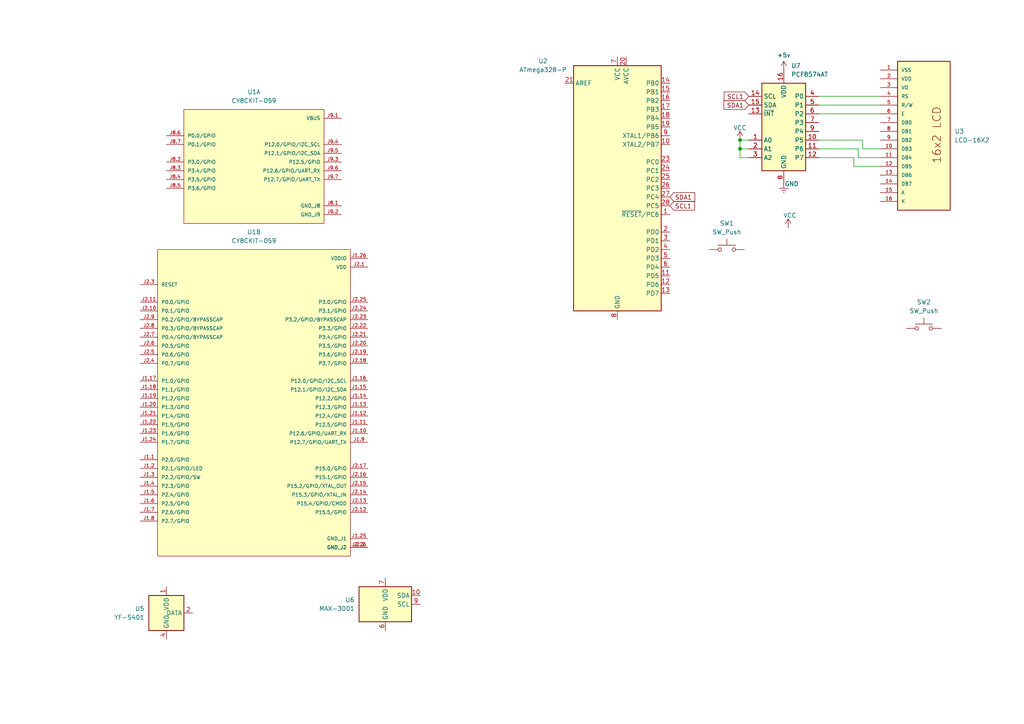
<source format=kicad_sch>
(kicad_sch
	(version 20250114)
	(generator "eeschema")
	(generator_version "9.0")
	(uuid "d18f655f-fcfc-40d8-8a7c-a62686db6c0f")
	(paper "A4")
	(lib_symbols
		(symbol "Interface_Expansion:PCF8574AT"
			(exclude_from_sim no)
			(in_bom yes)
			(on_board yes)
			(property "Reference" "U"
				(at -6.35 12.954 0)
				(effects
					(font
						(size 1.27 1.27)
					)
					(justify left)
				)
			)
			(property "Value" "PCF8574AT"
				(at 3.048 12.954 0)
				(effects
					(font
						(size 1.27 1.27)
					)
					(justify left)
				)
			)
			(property "Footprint" "Package_SO:SOIC-16W_7.5x10.3mm_P1.27mm"
				(at 0 0 0)
				(effects
					(font
						(size 1.27 1.27)
					)
					(hide yes)
				)
			)
			(property "Datasheet" "http://www.nxp.com/docs/en/data-sheet/PCF8574_PCF8574A.pdf"
				(at 0 0 0)
				(effects
					(font
						(size 1.27 1.27)
					)
					(hide yes)
				)
			)
			(property "Description" "8 Bit Port/Expander to I2C Bus, fixed address bits 0b0111, SOIC-16"
				(at 0 0 0)
				(effects
					(font
						(size 1.27 1.27)
					)
					(hide yes)
				)
			)
			(property "ki_keywords" "I2C Expander"
				(at 0 0 0)
				(effects
					(font
						(size 1.27 1.27)
					)
					(hide yes)
				)
			)
			(property "ki_fp_filters" "SOIC*7.5x10.3mm*P1.27mm*"
				(at 0 0 0)
				(effects
					(font
						(size 1.27 1.27)
					)
					(hide yes)
				)
			)
			(symbol "PCF8574AT_0_1"
				(rectangle
					(start -6.35 -13.97)
					(end 6.35 11.43)
					(stroke
						(width 0.254)
						(type default)
					)
					(fill
						(type background)
					)
				)
			)
			(symbol "PCF8574AT_1_1"
				(pin input line
					(at -10.16 7.62 0)
					(length 3.81)
					(name "SCL"
						(effects
							(font
								(size 1.27 1.27)
							)
						)
					)
					(number "14"
						(effects
							(font
								(size 1.27 1.27)
							)
						)
					)
				)
				(pin bidirectional line
					(at -10.16 5.08 0)
					(length 3.81)
					(name "SDA"
						(effects
							(font
								(size 1.27 1.27)
							)
						)
					)
					(number "15"
						(effects
							(font
								(size 1.27 1.27)
							)
						)
					)
				)
				(pin open_collector line
					(at -10.16 2.54 0)
					(length 3.81)
					(name "~{INT}"
						(effects
							(font
								(size 1.27 1.27)
							)
						)
					)
					(number "13"
						(effects
							(font
								(size 1.27 1.27)
							)
						)
					)
				)
				(pin input line
					(at -10.16 -5.08 0)
					(length 3.81)
					(name "A0"
						(effects
							(font
								(size 1.27 1.27)
							)
						)
					)
					(number "1"
						(effects
							(font
								(size 1.27 1.27)
							)
						)
					)
				)
				(pin input line
					(at -10.16 -7.62 0)
					(length 3.81)
					(name "A1"
						(effects
							(font
								(size 1.27 1.27)
							)
						)
					)
					(number "2"
						(effects
							(font
								(size 1.27 1.27)
							)
						)
					)
				)
				(pin input line
					(at -10.16 -10.16 0)
					(length 3.81)
					(name "A2"
						(effects
							(font
								(size 1.27 1.27)
							)
						)
					)
					(number "3"
						(effects
							(font
								(size 1.27 1.27)
							)
						)
					)
				)
				(pin power_in line
					(at 0 15.24 270)
					(length 3.81)
					(name "VDD"
						(effects
							(font
								(size 1.27 1.27)
							)
						)
					)
					(number "16"
						(effects
							(font
								(size 1.27 1.27)
							)
						)
					)
				)
				(pin power_in line
					(at 0 -17.78 90)
					(length 3.81)
					(name "GND"
						(effects
							(font
								(size 1.27 1.27)
							)
						)
					)
					(number "8"
						(effects
							(font
								(size 1.27 1.27)
							)
						)
					)
				)
				(pin bidirectional line
					(at 10.16 7.62 180)
					(length 3.81)
					(name "P0"
						(effects
							(font
								(size 1.27 1.27)
							)
						)
					)
					(number "4"
						(effects
							(font
								(size 1.27 1.27)
							)
						)
					)
				)
				(pin bidirectional line
					(at 10.16 5.08 180)
					(length 3.81)
					(name "P1"
						(effects
							(font
								(size 1.27 1.27)
							)
						)
					)
					(number "5"
						(effects
							(font
								(size 1.27 1.27)
							)
						)
					)
				)
				(pin bidirectional line
					(at 10.16 2.54 180)
					(length 3.81)
					(name "P2"
						(effects
							(font
								(size 1.27 1.27)
							)
						)
					)
					(number "6"
						(effects
							(font
								(size 1.27 1.27)
							)
						)
					)
				)
				(pin bidirectional line
					(at 10.16 0 180)
					(length 3.81)
					(name "P3"
						(effects
							(font
								(size 1.27 1.27)
							)
						)
					)
					(number "7"
						(effects
							(font
								(size 1.27 1.27)
							)
						)
					)
				)
				(pin bidirectional line
					(at 10.16 -2.54 180)
					(length 3.81)
					(name "P4"
						(effects
							(font
								(size 1.27 1.27)
							)
						)
					)
					(number "9"
						(effects
							(font
								(size 1.27 1.27)
							)
						)
					)
				)
				(pin bidirectional line
					(at 10.16 -5.08 180)
					(length 3.81)
					(name "P5"
						(effects
							(font
								(size 1.27 1.27)
							)
						)
					)
					(number "10"
						(effects
							(font
								(size 1.27 1.27)
							)
						)
					)
				)
				(pin bidirectional line
					(at 10.16 -7.62 180)
					(length 3.81)
					(name "P6"
						(effects
							(font
								(size 1.27 1.27)
							)
						)
					)
					(number "11"
						(effects
							(font
								(size 1.27 1.27)
							)
						)
					)
				)
				(pin bidirectional line
					(at 10.16 -10.16 180)
					(length 3.81)
					(name "P7"
						(effects
							(font
								(size 1.27 1.27)
							)
						)
					)
					(number "12"
						(effects
							(font
								(size 1.27 1.27)
							)
						)
					)
				)
			)
			(embedded_fonts no)
		)
		(symbol "LCD1602:LCD-16X2"
			(pin_names
				(offset 1.016)
			)
			(exclude_from_sim no)
			(in_bom yes)
			(on_board yes)
			(property "Reference" "U"
				(at -7.62 23.368 0)
				(effects
					(font
						(size 1.27 1.27)
					)
					(justify left bottom)
				)
			)
			(property "Value" "LCD-16X2"
				(at -7.62 -22.86 0)
				(effects
					(font
						(size 1.27 1.27)
					)
					(justify left bottom)
				)
			)
			(property "Footprint" "LCD-16X2:MODULE_LCD-16X2"
				(at 0 0 0)
				(effects
					(font
						(size 1.27 1.27)
					)
					(justify bottom)
					(hide yes)
				)
			)
			(property "Datasheet" ""
				(at 0 0 0)
				(effects
					(font
						(size 1.27 1.27)
					)
					(hide yes)
				)
			)
			(property "Description" ""
				(at 0 0 0)
				(effects
					(font
						(size 1.27 1.27)
					)
					(hide yes)
				)
			)
			(property "MF" "Gravitech"
				(at 0 0 0)
				(effects
					(font
						(size 1.27 1.27)
					)
					(justify bottom)
					(hide yes)
				)
			)
			(property "MAXIMUM_PACKAGE_HEIGHT" "14 mm"
				(at 0 0 0)
				(effects
					(font
						(size 1.27 1.27)
					)
					(justify bottom)
					(hide yes)
				)
			)
			(property "Package" "None"
				(at 0 0 0)
				(effects
					(font
						(size 1.27 1.27)
					)
					(justify bottom)
					(hide yes)
				)
			)
			(property "Price" "None"
				(at 0 0 0)
				(effects
					(font
						(size 1.27 1.27)
					)
					(justify bottom)
					(hide yes)
				)
			)
			(property "Check_prices" "https://www.snapeda.com/parts/LCD-16X2/Gravitech/view-part/?ref=eda"
				(at 0 0 0)
				(effects
					(font
						(size 1.27 1.27)
					)
					(justify bottom)
					(hide yes)
				)
			)
			(property "STANDARD" "Manufacturer Recommendations"
				(at 0 0 0)
				(effects
					(font
						(size 1.27 1.27)
					)
					(justify bottom)
					(hide yes)
				)
			)
			(property "PARTREV" "N/A"
				(at 0 0 0)
				(effects
					(font
						(size 1.27 1.27)
					)
					(justify bottom)
					(hide yes)
				)
			)
			(property "SnapEDA_Link" "https://www.snapeda.com/parts/LCD-16X2/Gravitech/view-part/?ref=snap"
				(at 0 0 0)
				(effects
					(font
						(size 1.27 1.27)
					)
					(justify bottom)
					(hide yes)
				)
			)
			(property "MP" "LCD-16X2"
				(at 0 0 0)
				(effects
					(font
						(size 1.27 1.27)
					)
					(justify bottom)
					(hide yes)
				)
			)
			(property "Description_1" "Display Development Tools 16x2 Black on Green Char LCD w Backlight"
				(at 0 0 0)
				(effects
					(font
						(size 1.27 1.27)
					)
					(justify bottom)
					(hide yes)
				)
			)
			(property "Availability" "Not in stock"
				(at 0 0 0)
				(effects
					(font
						(size 1.27 1.27)
					)
					(justify bottom)
					(hide yes)
				)
			)
			(property "MANUFACTURER" "Gravitech"
				(at 0 0 0)
				(effects
					(font
						(size 1.27 1.27)
					)
					(justify bottom)
					(hide yes)
				)
			)
			(symbol "LCD-16X2_0_0"
				(rectangle
					(start -7.62 -20.32)
					(end 7.62 22.86)
					(stroke
						(width 0.254)
						(type default)
					)
					(fill
						(type background)
					)
				)
				(text "16x2 LCD"
					(at 5.08 -6.858 900)
					(effects
						(font
							(size 2.286 2.286)
						)
						(justify left bottom)
					)
				)
				(pin power_in line
					(at -12.7 20.32 0)
					(length 5.08)
					(name "VSS"
						(effects
							(font
								(size 1.016 1.016)
							)
						)
					)
					(number "1"
						(effects
							(font
								(size 1.016 1.016)
							)
						)
					)
				)
				(pin power_in line
					(at -12.7 17.78 0)
					(length 5.08)
					(name "VDD"
						(effects
							(font
								(size 1.016 1.016)
							)
						)
					)
					(number "2"
						(effects
							(font
								(size 1.016 1.016)
							)
						)
					)
				)
				(pin bidirectional line
					(at -12.7 15.24 0)
					(length 5.08)
					(name "VO"
						(effects
							(font
								(size 1.016 1.016)
							)
						)
					)
					(number "3"
						(effects
							(font
								(size 1.016 1.016)
							)
						)
					)
				)
				(pin input line
					(at -12.7 12.7 0)
					(length 5.08)
					(name "RS"
						(effects
							(font
								(size 1.016 1.016)
							)
						)
					)
					(number "4"
						(effects
							(font
								(size 1.016 1.016)
							)
						)
					)
				)
				(pin input line
					(at -12.7 10.16 0)
					(length 5.08)
					(name "R/W"
						(effects
							(font
								(size 1.016 1.016)
							)
						)
					)
					(number "5"
						(effects
							(font
								(size 1.016 1.016)
							)
						)
					)
				)
				(pin input line
					(at -12.7 7.62 0)
					(length 5.08)
					(name "E"
						(effects
							(font
								(size 1.016 1.016)
							)
						)
					)
					(number "6"
						(effects
							(font
								(size 1.016 1.016)
							)
						)
					)
				)
				(pin bidirectional line
					(at -12.7 5.08 0)
					(length 5.08)
					(name "DB0"
						(effects
							(font
								(size 1.016 1.016)
							)
						)
					)
					(number "7"
						(effects
							(font
								(size 1.016 1.016)
							)
						)
					)
				)
				(pin bidirectional line
					(at -12.7 2.54 0)
					(length 5.08)
					(name "DB1"
						(effects
							(font
								(size 1.016 1.016)
							)
						)
					)
					(number "8"
						(effects
							(font
								(size 1.016 1.016)
							)
						)
					)
				)
				(pin bidirectional line
					(at -12.7 0 0)
					(length 5.08)
					(name "DB2"
						(effects
							(font
								(size 1.016 1.016)
							)
						)
					)
					(number "9"
						(effects
							(font
								(size 1.016 1.016)
							)
						)
					)
				)
				(pin bidirectional line
					(at -12.7 -2.54 0)
					(length 5.08)
					(name "DB3"
						(effects
							(font
								(size 1.016 1.016)
							)
						)
					)
					(number "10"
						(effects
							(font
								(size 1.016 1.016)
							)
						)
					)
				)
				(pin bidirectional line
					(at -12.7 -5.08 0)
					(length 5.08)
					(name "DB4"
						(effects
							(font
								(size 1.016 1.016)
							)
						)
					)
					(number "11"
						(effects
							(font
								(size 1.016 1.016)
							)
						)
					)
				)
				(pin bidirectional line
					(at -12.7 -7.62 0)
					(length 5.08)
					(name "DB5"
						(effects
							(font
								(size 1.016 1.016)
							)
						)
					)
					(number "12"
						(effects
							(font
								(size 1.016 1.016)
							)
						)
					)
				)
				(pin bidirectional line
					(at -12.7 -10.16 0)
					(length 5.08)
					(name "DB6"
						(effects
							(font
								(size 1.016 1.016)
							)
						)
					)
					(number "13"
						(effects
							(font
								(size 1.016 1.016)
							)
						)
					)
				)
				(pin bidirectional line
					(at -12.7 -12.7 0)
					(length 5.08)
					(name "DB7"
						(effects
							(font
								(size 1.016 1.016)
							)
						)
					)
					(number "14"
						(effects
							(font
								(size 1.016 1.016)
							)
						)
					)
				)
				(pin power_in line
					(at -12.7 -15.24 0)
					(length 5.08)
					(name "A"
						(effects
							(font
								(size 1.016 1.016)
							)
						)
					)
					(number "15"
						(effects
							(font
								(size 1.016 1.016)
							)
						)
					)
				)
				(pin power_in line
					(at -12.7 -17.78 0)
					(length 5.08)
					(name "K"
						(effects
							(font
								(size 1.016 1.016)
							)
						)
					)
					(number "16"
						(effects
							(font
								(size 1.016 1.016)
							)
						)
					)
				)
			)
			(embedded_fonts no)
		)
		(symbol "MCU_Microchip_ATmega:ATmega328-P"
			(exclude_from_sim no)
			(in_bom yes)
			(on_board yes)
			(property "Reference" "U"
				(at -12.7 36.83 0)
				(effects
					(font
						(size 1.27 1.27)
					)
					(justify left bottom)
				)
			)
			(property "Value" "ATmega328-P"
				(at 2.54 -36.83 0)
				(effects
					(font
						(size 1.27 1.27)
					)
					(justify left top)
				)
			)
			(property "Footprint" "Package_DIP:DIP-28_W7.62mm"
				(at 0 0 0)
				(effects
					(font
						(size 1.27 1.27)
						(italic yes)
					)
					(hide yes)
				)
			)
			(property "Datasheet" "http://ww1.microchip.com/downloads/en/DeviceDoc/ATmega328_P%20AVR%20MCU%20with%20picoPower%20Technology%20Data%20Sheet%2040001984A.pdf"
				(at 0 0 0)
				(effects
					(font
						(size 1.27 1.27)
					)
					(hide yes)
				)
			)
			(property "Description" "20MHz, 32kB Flash, 2kB SRAM, 1kB EEPROM, DIP-28"
				(at 0 0 0)
				(effects
					(font
						(size 1.27 1.27)
					)
					(hide yes)
				)
			)
			(property "ki_keywords" "AVR 8bit Microcontroller MegaAVR"
				(at 0 0 0)
				(effects
					(font
						(size 1.27 1.27)
					)
					(hide yes)
				)
			)
			(property "ki_fp_filters" "DIP*W7.62mm*"
				(at 0 0 0)
				(effects
					(font
						(size 1.27 1.27)
					)
					(hide yes)
				)
			)
			(symbol "ATmega328-P_0_1"
				(rectangle
					(start -12.7 -35.56)
					(end 12.7 35.56)
					(stroke
						(width 0.254)
						(type default)
					)
					(fill
						(type background)
					)
				)
			)
			(symbol "ATmega328-P_1_1"
				(pin passive line
					(at -15.24 30.48 0)
					(length 2.54)
					(name "AREF"
						(effects
							(font
								(size 1.27 1.27)
							)
						)
					)
					(number "21"
						(effects
							(font
								(size 1.27 1.27)
							)
						)
					)
				)
				(pin power_in line
					(at 0 38.1 270)
					(length 2.54)
					(name "VCC"
						(effects
							(font
								(size 1.27 1.27)
							)
						)
					)
					(number "7"
						(effects
							(font
								(size 1.27 1.27)
							)
						)
					)
				)
				(pin passive line
					(at 0 -38.1 90)
					(length 2.54)
					(hide yes)
					(name "GND"
						(effects
							(font
								(size 1.27 1.27)
							)
						)
					)
					(number "22"
						(effects
							(font
								(size 1.27 1.27)
							)
						)
					)
				)
				(pin power_in line
					(at 0 -38.1 90)
					(length 2.54)
					(name "GND"
						(effects
							(font
								(size 1.27 1.27)
							)
						)
					)
					(number "8"
						(effects
							(font
								(size 1.27 1.27)
							)
						)
					)
				)
				(pin power_in line
					(at 2.54 38.1 270)
					(length 2.54)
					(name "AVCC"
						(effects
							(font
								(size 1.27 1.27)
							)
						)
					)
					(number "20"
						(effects
							(font
								(size 1.27 1.27)
							)
						)
					)
				)
				(pin bidirectional line
					(at 15.24 30.48 180)
					(length 2.54)
					(name "PB0"
						(effects
							(font
								(size 1.27 1.27)
							)
						)
					)
					(number "14"
						(effects
							(font
								(size 1.27 1.27)
							)
						)
					)
				)
				(pin bidirectional line
					(at 15.24 27.94 180)
					(length 2.54)
					(name "PB1"
						(effects
							(font
								(size 1.27 1.27)
							)
						)
					)
					(number "15"
						(effects
							(font
								(size 1.27 1.27)
							)
						)
					)
				)
				(pin bidirectional line
					(at 15.24 25.4 180)
					(length 2.54)
					(name "PB2"
						(effects
							(font
								(size 1.27 1.27)
							)
						)
					)
					(number "16"
						(effects
							(font
								(size 1.27 1.27)
							)
						)
					)
				)
				(pin bidirectional line
					(at 15.24 22.86 180)
					(length 2.54)
					(name "PB3"
						(effects
							(font
								(size 1.27 1.27)
							)
						)
					)
					(number "17"
						(effects
							(font
								(size 1.27 1.27)
							)
						)
					)
				)
				(pin bidirectional line
					(at 15.24 20.32 180)
					(length 2.54)
					(name "PB4"
						(effects
							(font
								(size 1.27 1.27)
							)
						)
					)
					(number "18"
						(effects
							(font
								(size 1.27 1.27)
							)
						)
					)
				)
				(pin bidirectional line
					(at 15.24 17.78 180)
					(length 2.54)
					(name "PB5"
						(effects
							(font
								(size 1.27 1.27)
							)
						)
					)
					(number "19"
						(effects
							(font
								(size 1.27 1.27)
							)
						)
					)
				)
				(pin bidirectional line
					(at 15.24 15.24 180)
					(length 2.54)
					(name "XTAL1/PB6"
						(effects
							(font
								(size 1.27 1.27)
							)
						)
					)
					(number "9"
						(effects
							(font
								(size 1.27 1.27)
							)
						)
					)
				)
				(pin bidirectional line
					(at 15.24 12.7 180)
					(length 2.54)
					(name "XTAL2/PB7"
						(effects
							(font
								(size 1.27 1.27)
							)
						)
					)
					(number "10"
						(effects
							(font
								(size 1.27 1.27)
							)
						)
					)
				)
				(pin bidirectional line
					(at 15.24 7.62 180)
					(length 2.54)
					(name "PC0"
						(effects
							(font
								(size 1.27 1.27)
							)
						)
					)
					(number "23"
						(effects
							(font
								(size 1.27 1.27)
							)
						)
					)
				)
				(pin bidirectional line
					(at 15.24 5.08 180)
					(length 2.54)
					(name "PC1"
						(effects
							(font
								(size 1.27 1.27)
							)
						)
					)
					(number "24"
						(effects
							(font
								(size 1.27 1.27)
							)
						)
					)
				)
				(pin bidirectional line
					(at 15.24 2.54 180)
					(length 2.54)
					(name "PC2"
						(effects
							(font
								(size 1.27 1.27)
							)
						)
					)
					(number "25"
						(effects
							(font
								(size 1.27 1.27)
							)
						)
					)
				)
				(pin bidirectional line
					(at 15.24 0 180)
					(length 2.54)
					(name "PC3"
						(effects
							(font
								(size 1.27 1.27)
							)
						)
					)
					(number "26"
						(effects
							(font
								(size 1.27 1.27)
							)
						)
					)
				)
				(pin bidirectional line
					(at 15.24 -2.54 180)
					(length 2.54)
					(name "PC4"
						(effects
							(font
								(size 1.27 1.27)
							)
						)
					)
					(number "27"
						(effects
							(font
								(size 1.27 1.27)
							)
						)
					)
				)
				(pin bidirectional line
					(at 15.24 -5.08 180)
					(length 2.54)
					(name "PC5"
						(effects
							(font
								(size 1.27 1.27)
							)
						)
					)
					(number "28"
						(effects
							(font
								(size 1.27 1.27)
							)
						)
					)
				)
				(pin bidirectional line
					(at 15.24 -7.62 180)
					(length 2.54)
					(name "~{RESET}/PC6"
						(effects
							(font
								(size 1.27 1.27)
							)
						)
					)
					(number "1"
						(effects
							(font
								(size 1.27 1.27)
							)
						)
					)
				)
				(pin bidirectional line
					(at 15.24 -12.7 180)
					(length 2.54)
					(name "PD0"
						(effects
							(font
								(size 1.27 1.27)
							)
						)
					)
					(number "2"
						(effects
							(font
								(size 1.27 1.27)
							)
						)
					)
				)
				(pin bidirectional line
					(at 15.24 -15.24 180)
					(length 2.54)
					(name "PD1"
						(effects
							(font
								(size 1.27 1.27)
							)
						)
					)
					(number "3"
						(effects
							(font
								(size 1.27 1.27)
							)
						)
					)
				)
				(pin bidirectional line
					(at 15.24 -17.78 180)
					(length 2.54)
					(name "PD2"
						(effects
							(font
								(size 1.27 1.27)
							)
						)
					)
					(number "4"
						(effects
							(font
								(size 1.27 1.27)
							)
						)
					)
				)
				(pin bidirectional line
					(at 15.24 -20.32 180)
					(length 2.54)
					(name "PD3"
						(effects
							(font
								(size 1.27 1.27)
							)
						)
					)
					(number "5"
						(effects
							(font
								(size 1.27 1.27)
							)
						)
					)
				)
				(pin bidirectional line
					(at 15.24 -22.86 180)
					(length 2.54)
					(name "PD4"
						(effects
							(font
								(size 1.27 1.27)
							)
						)
					)
					(number "6"
						(effects
							(font
								(size 1.27 1.27)
							)
						)
					)
				)
				(pin bidirectional line
					(at 15.24 -25.4 180)
					(length 2.54)
					(name "PD5"
						(effects
							(font
								(size 1.27 1.27)
							)
						)
					)
					(number "11"
						(effects
							(font
								(size 1.27 1.27)
							)
						)
					)
				)
				(pin bidirectional line
					(at 15.24 -27.94 180)
					(length 2.54)
					(name "PD6"
						(effects
							(font
								(size 1.27 1.27)
							)
						)
					)
					(number "12"
						(effects
							(font
								(size 1.27 1.27)
							)
						)
					)
				)
				(pin bidirectional line
					(at 15.24 -30.48 180)
					(length 2.54)
					(name "PD7"
						(effects
							(font
								(size 1.27 1.27)
							)
						)
					)
					(number "13"
						(effects
							(font
								(size 1.27 1.27)
							)
						)
					)
				)
			)
			(embedded_fonts no)
		)
		(symbol "Psoc_5lp:CY8CKIT-059"
			(pin_names
				(offset 1.016)
			)
			(exclude_from_sim no)
			(in_bom yes)
			(on_board yes)
			(property "Reference" "U"
				(at -20.32 16.002 0)
				(effects
					(font
						(size 1.27 1.27)
					)
					(justify left bottom)
				)
			)
			(property "Value" "CY8CKIT-059"
				(at -20.32 -20.32 0)
				(effects
					(font
						(size 1.27 1.27)
					)
					(justify left bottom)
				)
			)
			(property "Footprint" "CY8CKIT-059:MODULE_CY8CKIT-059"
				(at 0 0 0)
				(effects
					(font
						(size 1.27 1.27)
					)
					(justify bottom)
					(hide yes)
				)
			)
			(property "Datasheet" ""
				(at 0 0 0)
				(effects
					(font
						(size 1.27 1.27)
					)
					(hide yes)
				)
			)
			(property "Description" ""
				(at 0 0 0)
				(effects
					(font
						(size 1.27 1.27)
					)
					(hide yes)
				)
			)
			(property "MF" "Cypress Semiconductor"
				(at 0 0 0)
				(effects
					(font
						(size 1.27 1.27)
					)
					(justify bottom)
					(hide yes)
				)
			)
			(property "Description_1" "CY8C58LP  PSOC® 5LP ARM® Cortex®-M3 MCU 32-Bit Embedded Evaluation Board"
				(at 0 0 0)
				(effects
					(font
						(size 1.27 1.27)
					)
					(justify bottom)
					(hide yes)
				)
			)
			(property "Package" "None"
				(at 0 0 0)
				(effects
					(font
						(size 1.27 1.27)
					)
					(justify bottom)
					(hide yes)
				)
			)
			(property "Price" "None"
				(at 0 0 0)
				(effects
					(font
						(size 1.27 1.27)
					)
					(justify bottom)
					(hide yes)
				)
			)
			(property "Check_prices" "https://www.snapeda.com/parts/CY8CKIT-059/Infineon/view-part/?ref=eda"
				(at 0 0 0)
				(effects
					(font
						(size 1.27 1.27)
					)
					(justify bottom)
					(hide yes)
				)
			)
			(property "STANDARD" "Manufacturer Recommendations"
				(at 0 0 0)
				(effects
					(font
						(size 1.27 1.27)
					)
					(justify bottom)
					(hide yes)
				)
			)
			(property "PARTREV" "G"
				(at 0 0 0)
				(effects
					(font
						(size 1.27 1.27)
					)
					(justify bottom)
					(hide yes)
				)
			)
			(property "SnapEDA_Link" "https://www.snapeda.com/parts/CY8CKIT-059/Infineon/view-part/?ref=snap"
				(at 0 0 0)
				(effects
					(font
						(size 1.27 1.27)
					)
					(justify bottom)
					(hide yes)
				)
			)
			(property "MP" "CY8CKIT-059"
				(at 0 0 0)
				(effects
					(font
						(size 1.27 1.27)
					)
					(justify bottom)
					(hide yes)
				)
			)
			(property "Availability" "In Stock"
				(at 0 0 0)
				(effects
					(font
						(size 1.27 1.27)
					)
					(justify bottom)
					(hide yes)
				)
			)
			(property "MANUFACTURER" "Cypress"
				(at 0 0 0)
				(effects
					(font
						(size 1.27 1.27)
					)
					(justify bottom)
					(hide yes)
				)
			)
			(symbol "CY8CKIT-059_1_0"
				(rectangle
					(start -20.32 -17.78)
					(end 20.32 15.24)
					(stroke
						(width 0.1524)
						(type default)
					)
					(fill
						(type background)
					)
				)
				(pin bidirectional line
					(at -25.4 7.62 0)
					(length 5.08)
					(name "P0.0/GPIO"
						(effects
							(font
								(size 1.016 1.016)
							)
						)
					)
					(number "J8.6"
						(effects
							(font
								(size 1.016 1.016)
							)
						)
					)
				)
				(pin bidirectional line
					(at -25.4 5.08 0)
					(length 5.08)
					(name "P0.1/GPIO"
						(effects
							(font
								(size 1.016 1.016)
							)
						)
					)
					(number "J8.7"
						(effects
							(font
								(size 1.016 1.016)
							)
						)
					)
				)
				(pin bidirectional line
					(at -25.4 0 0)
					(length 5.08)
					(name "P3.0/GPIO"
						(effects
							(font
								(size 1.016 1.016)
							)
						)
					)
					(number "J8.2"
						(effects
							(font
								(size 1.016 1.016)
							)
						)
					)
				)
				(pin bidirectional line
					(at -25.4 -2.54 0)
					(length 5.08)
					(name "P3.4/GPIO"
						(effects
							(font
								(size 1.016 1.016)
							)
						)
					)
					(number "J8.3"
						(effects
							(font
								(size 1.016 1.016)
							)
						)
					)
				)
				(pin bidirectional line
					(at -25.4 -5.08 0)
					(length 5.08)
					(name "P3.5/GPIO"
						(effects
							(font
								(size 1.016 1.016)
							)
						)
					)
					(number "J8.4"
						(effects
							(font
								(size 1.016 1.016)
							)
						)
					)
				)
				(pin bidirectional line
					(at -25.4 -7.62 0)
					(length 5.08)
					(name "P3.6/GPIO"
						(effects
							(font
								(size 1.016 1.016)
							)
						)
					)
					(number "J8.5"
						(effects
							(font
								(size 1.016 1.016)
							)
						)
					)
				)
				(pin power_in line
					(at 25.4 12.7 180)
					(length 5.08)
					(name "VBUS"
						(effects
							(font
								(size 1.016 1.016)
							)
						)
					)
					(number "J9.1"
						(effects
							(font
								(size 1.016 1.016)
							)
						)
					)
				)
				(pin bidirectional line
					(at 25.4 5.08 180)
					(length 5.08)
					(name "P12.0/GPIO/I2C_SCL"
						(effects
							(font
								(size 1.016 1.016)
							)
						)
					)
					(number "J9.4"
						(effects
							(font
								(size 1.016 1.016)
							)
						)
					)
				)
				(pin bidirectional line
					(at 25.4 2.54 180)
					(length 5.08)
					(name "P12.1/GPIO/I2C_SDA"
						(effects
							(font
								(size 1.016 1.016)
							)
						)
					)
					(number "J9.5"
						(effects
							(font
								(size 1.016 1.016)
							)
						)
					)
				)
				(pin bidirectional line
					(at 25.4 0 180)
					(length 5.08)
					(name "P12.5/GPIO"
						(effects
							(font
								(size 1.016 1.016)
							)
						)
					)
					(number "J9.3"
						(effects
							(font
								(size 1.016 1.016)
							)
						)
					)
				)
				(pin bidirectional line
					(at 25.4 -2.54 180)
					(length 5.08)
					(name "P12.6/GPIO/UART_RX"
						(effects
							(font
								(size 1.016 1.016)
							)
						)
					)
					(number "J9.6"
						(effects
							(font
								(size 1.016 1.016)
							)
						)
					)
				)
				(pin bidirectional line
					(at 25.4 -5.08 180)
					(length 5.08)
					(name "P12.7/GPIO/UART_TX"
						(effects
							(font
								(size 1.016 1.016)
							)
						)
					)
					(number "J9.7"
						(effects
							(font
								(size 1.016 1.016)
							)
						)
					)
				)
				(pin power_in line
					(at 25.4 -12.7 180)
					(length 5.08)
					(name "GND_J8"
						(effects
							(font
								(size 1.016 1.016)
							)
						)
					)
					(number "J8.1"
						(effects
							(font
								(size 1.016 1.016)
							)
						)
					)
				)
				(pin power_in line
					(at 25.4 -15.24 180)
					(length 5.08)
					(name "GND_J9"
						(effects
							(font
								(size 1.016 1.016)
							)
						)
					)
					(number "J9.2"
						(effects
							(font
								(size 1.016 1.016)
							)
						)
					)
				)
			)
			(symbol "CY8CKIT-059_2_0"
				(rectangle
					(start -27.94 -45.72)
					(end 27.94 43.18)
					(stroke
						(width 0.1524)
						(type default)
					)
					(fill
						(type background)
					)
				)
				(pin bidirectional line
					(at -33.02 33.02 0)
					(length 5.08)
					(name "RESET"
						(effects
							(font
								(size 1.016 1.016)
							)
						)
					)
					(number "J2.3"
						(effects
							(font
								(size 1.016 1.016)
							)
						)
					)
				)
				(pin bidirectional line
					(at -33.02 27.94 0)
					(length 5.08)
					(name "P0.0/GPIO"
						(effects
							(font
								(size 1.016 1.016)
							)
						)
					)
					(number "J2.11"
						(effects
							(font
								(size 1.016 1.016)
							)
						)
					)
				)
				(pin bidirectional line
					(at -33.02 25.4 0)
					(length 5.08)
					(name "P0.1/GPIO"
						(effects
							(font
								(size 1.016 1.016)
							)
						)
					)
					(number "J2.10"
						(effects
							(font
								(size 1.016 1.016)
							)
						)
					)
				)
				(pin bidirectional line
					(at -33.02 22.86 0)
					(length 5.08)
					(name "P0.2/GPIO/BYPASSCAP"
						(effects
							(font
								(size 1.016 1.016)
							)
						)
					)
					(number "J2.9"
						(effects
							(font
								(size 1.016 1.016)
							)
						)
					)
				)
				(pin bidirectional line
					(at -33.02 20.32 0)
					(length 5.08)
					(name "P0.3/GPIO/BYPASSCAP"
						(effects
							(font
								(size 1.016 1.016)
							)
						)
					)
					(number "J2.8"
						(effects
							(font
								(size 1.016 1.016)
							)
						)
					)
				)
				(pin bidirectional line
					(at -33.02 17.78 0)
					(length 5.08)
					(name "P0.4/GPIO/BYPASSCAP"
						(effects
							(font
								(size 1.016 1.016)
							)
						)
					)
					(number "J2.7"
						(effects
							(font
								(size 1.016 1.016)
							)
						)
					)
				)
				(pin bidirectional line
					(at -33.02 15.24 0)
					(length 5.08)
					(name "P0.5/GPIO"
						(effects
							(font
								(size 1.016 1.016)
							)
						)
					)
					(number "J2.6"
						(effects
							(font
								(size 1.016 1.016)
							)
						)
					)
				)
				(pin bidirectional line
					(at -33.02 12.7 0)
					(length 5.08)
					(name "P0.6/GPIO"
						(effects
							(font
								(size 1.016 1.016)
							)
						)
					)
					(number "J2.5"
						(effects
							(font
								(size 1.016 1.016)
							)
						)
					)
				)
				(pin bidirectional line
					(at -33.02 10.16 0)
					(length 5.08)
					(name "P0.7/GPIO"
						(effects
							(font
								(size 1.016 1.016)
							)
						)
					)
					(number "J2.4"
						(effects
							(font
								(size 1.016 1.016)
							)
						)
					)
				)
				(pin bidirectional line
					(at -33.02 5.08 0)
					(length 5.08)
					(name "P1.0/GPIO"
						(effects
							(font
								(size 1.016 1.016)
							)
						)
					)
					(number "J1.17"
						(effects
							(font
								(size 1.016 1.016)
							)
						)
					)
				)
				(pin bidirectional line
					(at -33.02 2.54 0)
					(length 5.08)
					(name "P1.1/GPIO"
						(effects
							(font
								(size 1.016 1.016)
							)
						)
					)
					(number "J1.18"
						(effects
							(font
								(size 1.016 1.016)
							)
						)
					)
				)
				(pin bidirectional line
					(at -33.02 0 0)
					(length 5.08)
					(name "P1.2/GPIO"
						(effects
							(font
								(size 1.016 1.016)
							)
						)
					)
					(number "J1.19"
						(effects
							(font
								(size 1.016 1.016)
							)
						)
					)
				)
				(pin bidirectional line
					(at -33.02 -2.54 0)
					(length 5.08)
					(name "P1.3/GPIO"
						(effects
							(font
								(size 1.016 1.016)
							)
						)
					)
					(number "J1.20"
						(effects
							(font
								(size 1.016 1.016)
							)
						)
					)
				)
				(pin bidirectional line
					(at -33.02 -5.08 0)
					(length 5.08)
					(name "P1.4/GPIO"
						(effects
							(font
								(size 1.016 1.016)
							)
						)
					)
					(number "J1.21"
						(effects
							(font
								(size 1.016 1.016)
							)
						)
					)
				)
				(pin bidirectional line
					(at -33.02 -7.62 0)
					(length 5.08)
					(name "P1.5/GPIO"
						(effects
							(font
								(size 1.016 1.016)
							)
						)
					)
					(number "J1.22"
						(effects
							(font
								(size 1.016 1.016)
							)
						)
					)
				)
				(pin bidirectional line
					(at -33.02 -10.16 0)
					(length 5.08)
					(name "P1.6/GPIO"
						(effects
							(font
								(size 1.016 1.016)
							)
						)
					)
					(number "J1.23"
						(effects
							(font
								(size 1.016 1.016)
							)
						)
					)
				)
				(pin bidirectional line
					(at -33.02 -12.7 0)
					(length 5.08)
					(name "P1.7/GPIO"
						(effects
							(font
								(size 1.016 1.016)
							)
						)
					)
					(number "J1.24"
						(effects
							(font
								(size 1.016 1.016)
							)
						)
					)
				)
				(pin bidirectional line
					(at -33.02 -17.78 0)
					(length 5.08)
					(name "P2.0/GPIO"
						(effects
							(font
								(size 1.016 1.016)
							)
						)
					)
					(number "J1.1"
						(effects
							(font
								(size 1.016 1.016)
							)
						)
					)
				)
				(pin bidirectional line
					(at -33.02 -20.32 0)
					(length 5.08)
					(name "P2.1/GPIO/LED"
						(effects
							(font
								(size 1.016 1.016)
							)
						)
					)
					(number "J1.2"
						(effects
							(font
								(size 1.016 1.016)
							)
						)
					)
				)
				(pin bidirectional line
					(at -33.02 -22.86 0)
					(length 5.08)
					(name "P2.2/GPIO/SW"
						(effects
							(font
								(size 1.016 1.016)
							)
						)
					)
					(number "J1.3"
						(effects
							(font
								(size 1.016 1.016)
							)
						)
					)
				)
				(pin bidirectional line
					(at -33.02 -25.4 0)
					(length 5.08)
					(name "P2.3/GPIO"
						(effects
							(font
								(size 1.016 1.016)
							)
						)
					)
					(number "J1.4"
						(effects
							(font
								(size 1.016 1.016)
							)
						)
					)
				)
				(pin bidirectional line
					(at -33.02 -27.94 0)
					(length 5.08)
					(name "P2.4/GPIO"
						(effects
							(font
								(size 1.016 1.016)
							)
						)
					)
					(number "J1.5"
						(effects
							(font
								(size 1.016 1.016)
							)
						)
					)
				)
				(pin bidirectional line
					(at -33.02 -30.48 0)
					(length 5.08)
					(name "P2.5/GPIO"
						(effects
							(font
								(size 1.016 1.016)
							)
						)
					)
					(number "J1.6"
						(effects
							(font
								(size 1.016 1.016)
							)
						)
					)
				)
				(pin bidirectional line
					(at -33.02 -33.02 0)
					(length 5.08)
					(name "P2.6/GPIO"
						(effects
							(font
								(size 1.016 1.016)
							)
						)
					)
					(number "J1.7"
						(effects
							(font
								(size 1.016 1.016)
							)
						)
					)
				)
				(pin bidirectional line
					(at -33.02 -35.56 0)
					(length 5.08)
					(name "P2.7/GPIO"
						(effects
							(font
								(size 1.016 1.016)
							)
						)
					)
					(number "J1.8"
						(effects
							(font
								(size 1.016 1.016)
							)
						)
					)
				)
				(pin power_in line
					(at 33.02 40.64 180)
					(length 5.08)
					(name "VDDIO"
						(effects
							(font
								(size 1.016 1.016)
							)
						)
					)
					(number "J1.26"
						(effects
							(font
								(size 1.016 1.016)
							)
						)
					)
				)
				(pin power_in line
					(at 33.02 38.1 180)
					(length 5.08)
					(name "VDD"
						(effects
							(font
								(size 1.016 1.016)
							)
						)
					)
					(number "J2.1"
						(effects
							(font
								(size 1.016 1.016)
							)
						)
					)
				)
				(pin bidirectional line
					(at 33.02 27.94 180)
					(length 5.08)
					(name "P3.0/GPIO"
						(effects
							(font
								(size 1.016 1.016)
							)
						)
					)
					(number "J2.25"
						(effects
							(font
								(size 1.016 1.016)
							)
						)
					)
				)
				(pin bidirectional line
					(at 33.02 25.4 180)
					(length 5.08)
					(name "P3.1/GPIO"
						(effects
							(font
								(size 1.016 1.016)
							)
						)
					)
					(number "J2.24"
						(effects
							(font
								(size 1.016 1.016)
							)
						)
					)
				)
				(pin bidirectional line
					(at 33.02 22.86 180)
					(length 5.08)
					(name "P3.2/GPIO/BYPASSCAP"
						(effects
							(font
								(size 1.016 1.016)
							)
						)
					)
					(number "J2.23"
						(effects
							(font
								(size 1.016 1.016)
							)
						)
					)
				)
				(pin bidirectional line
					(at 33.02 20.32 180)
					(length 5.08)
					(name "P3.3/GPIO"
						(effects
							(font
								(size 1.016 1.016)
							)
						)
					)
					(number "J2.22"
						(effects
							(font
								(size 1.016 1.016)
							)
						)
					)
				)
				(pin bidirectional line
					(at 33.02 17.78 180)
					(length 5.08)
					(name "P3.4/GPIO"
						(effects
							(font
								(size 1.016 1.016)
							)
						)
					)
					(number "J2.21"
						(effects
							(font
								(size 1.016 1.016)
							)
						)
					)
				)
				(pin bidirectional line
					(at 33.02 15.24 180)
					(length 5.08)
					(name "P3.5/GPIO"
						(effects
							(font
								(size 1.016 1.016)
							)
						)
					)
					(number "J2.20"
						(effects
							(font
								(size 1.016 1.016)
							)
						)
					)
				)
				(pin bidirectional line
					(at 33.02 12.7 180)
					(length 5.08)
					(name "P3.6/GPIO"
						(effects
							(font
								(size 1.016 1.016)
							)
						)
					)
					(number "J2.19"
						(effects
							(font
								(size 1.016 1.016)
							)
						)
					)
				)
				(pin bidirectional line
					(at 33.02 10.16 180)
					(length 5.08)
					(name "P3.7/GPIO"
						(effects
							(font
								(size 1.016 1.016)
							)
						)
					)
					(number "J2.18"
						(effects
							(font
								(size 1.016 1.016)
							)
						)
					)
				)
				(pin bidirectional line
					(at 33.02 5.08 180)
					(length 5.08)
					(name "P12.0/GPIO/I2C_SCL"
						(effects
							(font
								(size 1.016 1.016)
							)
						)
					)
					(number "J1.16"
						(effects
							(font
								(size 1.016 1.016)
							)
						)
					)
				)
				(pin bidirectional line
					(at 33.02 2.54 180)
					(length 5.08)
					(name "P12.1/GPIO/I2C_SDA"
						(effects
							(font
								(size 1.016 1.016)
							)
						)
					)
					(number "J1.15"
						(effects
							(font
								(size 1.016 1.016)
							)
						)
					)
				)
				(pin bidirectional line
					(at 33.02 0 180)
					(length 5.08)
					(name "P12.2/GPIO"
						(effects
							(font
								(size 1.016 1.016)
							)
						)
					)
					(number "J1.14"
						(effects
							(font
								(size 1.016 1.016)
							)
						)
					)
				)
				(pin bidirectional line
					(at 33.02 -2.54 180)
					(length 5.08)
					(name "P12.3/GPIO"
						(effects
							(font
								(size 1.016 1.016)
							)
						)
					)
					(number "J1.13"
						(effects
							(font
								(size 1.016 1.016)
							)
						)
					)
				)
				(pin bidirectional line
					(at 33.02 -5.08 180)
					(length 5.08)
					(name "P12.4/GPIO"
						(effects
							(font
								(size 1.016 1.016)
							)
						)
					)
					(number "J1.12"
						(effects
							(font
								(size 1.016 1.016)
							)
						)
					)
				)
				(pin bidirectional line
					(at 33.02 -7.62 180)
					(length 5.08)
					(name "P12.5/GPIO"
						(effects
							(font
								(size 1.016 1.016)
							)
						)
					)
					(number "J1.11"
						(effects
							(font
								(size 1.016 1.016)
							)
						)
					)
				)
				(pin bidirectional line
					(at 33.02 -10.16 180)
					(length 5.08)
					(name "P12.6/GPIO/UART_RX"
						(effects
							(font
								(size 1.016 1.016)
							)
						)
					)
					(number "J1.10"
						(effects
							(font
								(size 1.016 1.016)
							)
						)
					)
				)
				(pin bidirectional line
					(at 33.02 -12.7 180)
					(length 5.08)
					(name "P12.7/GPIO/UART_TX"
						(effects
							(font
								(size 1.016 1.016)
							)
						)
					)
					(number "J1.9"
						(effects
							(font
								(size 1.016 1.016)
							)
						)
					)
				)
				(pin bidirectional line
					(at 33.02 -20.32 180)
					(length 5.08)
					(name "P15.0/GPIO"
						(effects
							(font
								(size 1.016 1.016)
							)
						)
					)
					(number "J2.17"
						(effects
							(font
								(size 1.016 1.016)
							)
						)
					)
				)
				(pin bidirectional line
					(at 33.02 -22.86 180)
					(length 5.08)
					(name "P15.1/GPIO"
						(effects
							(font
								(size 1.016 1.016)
							)
						)
					)
					(number "J2.16"
						(effects
							(font
								(size 1.016 1.016)
							)
						)
					)
				)
				(pin bidirectional line
					(at 33.02 -25.4 180)
					(length 5.08)
					(name "P15.2/GPIO/XTAL_OUT"
						(effects
							(font
								(size 1.016 1.016)
							)
						)
					)
					(number "J2.15"
						(effects
							(font
								(size 1.016 1.016)
							)
						)
					)
				)
				(pin bidirectional line
					(at 33.02 -27.94 180)
					(length 5.08)
					(name "P15.3/GPIO/XTAL_IN"
						(effects
							(font
								(size 1.016 1.016)
							)
						)
					)
					(number "J2.14"
						(effects
							(font
								(size 1.016 1.016)
							)
						)
					)
				)
				(pin bidirectional line
					(at 33.02 -30.48 180)
					(length 5.08)
					(name "P15.4/GPIO/CMOD"
						(effects
							(font
								(size 1.016 1.016)
							)
						)
					)
					(number "J2.13"
						(effects
							(font
								(size 1.016 1.016)
							)
						)
					)
				)
				(pin bidirectional line
					(at 33.02 -33.02 180)
					(length 5.08)
					(name "P15.5/GPIO"
						(effects
							(font
								(size 1.016 1.016)
							)
						)
					)
					(number "J2.12"
						(effects
							(font
								(size 1.016 1.016)
							)
						)
					)
				)
				(pin power_in line
					(at 33.02 -40.64 180)
					(length 5.08)
					(name "GND_J1"
						(effects
							(font
								(size 1.016 1.016)
							)
						)
					)
					(number "J1.25"
						(effects
							(font
								(size 1.016 1.016)
							)
						)
					)
				)
				(pin power_in line
					(at 33.02 -43.18 180)
					(length 5.08)
					(name "GND_J2"
						(effects
							(font
								(size 1.016 1.016)
							)
						)
					)
					(number "J2.2"
						(effects
							(font
								(size 1.016 1.016)
							)
						)
					)
				)
				(pin power_in line
					(at 33.02 -43.18 180)
					(length 5.08)
					(name "GND_J2"
						(effects
							(font
								(size 1.016 1.016)
							)
						)
					)
					(number "J2.26"
						(effects
							(font
								(size 1.016 1.016)
							)
						)
					)
				)
			)
			(embedded_fonts no)
		)
		(symbol "Sensor:DHT11"
			(exclude_from_sim no)
			(in_bom yes)
			(on_board yes)
			(property "Reference" "U"
				(at -3.81 6.35 0)
				(effects
					(font
						(size 1.27 1.27)
					)
				)
			)
			(property "Value" "DHT11"
				(at 3.81 6.35 0)
				(effects
					(font
						(size 1.27 1.27)
					)
				)
			)
			(property "Footprint" "Sensor:Aosong_DHT11_5.5x12.0_P2.54mm"
				(at 0 -10.16 0)
				(effects
					(font
						(size 1.27 1.27)
					)
					(hide yes)
				)
			)
			(property "Datasheet" "http://akizukidenshi.com/download/ds/aosong/DHT11.pdf"
				(at 3.81 6.35 0)
				(effects
					(font
						(size 1.27 1.27)
					)
					(hide yes)
				)
			)
			(property "Description" "3.3V to 5.5V, temperature and humidity module, DHT11"
				(at 0 0 0)
				(effects
					(font
						(size 1.27 1.27)
					)
					(hide yes)
				)
			)
			(property "ki_keywords" "digital sensor"
				(at 0 0 0)
				(effects
					(font
						(size 1.27 1.27)
					)
					(hide yes)
				)
			)
			(property "ki_fp_filters" "Aosong*DHT11*5.5x12.0*P2.54mm*"
				(at 0 0 0)
				(effects
					(font
						(size 1.27 1.27)
					)
					(hide yes)
				)
			)
			(symbol "DHT11_0_1"
				(rectangle
					(start -5.08 5.08)
					(end 5.08 -5.08)
					(stroke
						(width 0.254)
						(type default)
					)
					(fill
						(type background)
					)
				)
			)
			(symbol "DHT11_1_1"
				(pin no_connect line
					(at -5.08 0 0)
					(length 2.54)
					(hide yes)
					(name "NC"
						(effects
							(font
								(size 1.27 1.27)
							)
						)
					)
					(number "3"
						(effects
							(font
								(size 1.27 1.27)
							)
						)
					)
				)
				(pin power_in line
					(at 0 7.62 270)
					(length 2.54)
					(name "VDD"
						(effects
							(font
								(size 1.27 1.27)
							)
						)
					)
					(number "1"
						(effects
							(font
								(size 1.27 1.27)
							)
						)
					)
				)
				(pin power_in line
					(at 0 -7.62 90)
					(length 2.54)
					(name "GND"
						(effects
							(font
								(size 1.27 1.27)
							)
						)
					)
					(number "4"
						(effects
							(font
								(size 1.27 1.27)
							)
						)
					)
				)
				(pin bidirectional line
					(at 7.62 0 180)
					(length 2.54)
					(name "DATA"
						(effects
							(font
								(size 1.27 1.27)
							)
						)
					)
					(number "2"
						(effects
							(font
								(size 1.27 1.27)
							)
						)
					)
				)
			)
			(embedded_fonts no)
		)
		(symbol "Sensor_Gas:SCD40-D-R2"
			(exclude_from_sim no)
			(in_bom yes)
			(on_board yes)
			(property "Reference" "U"
				(at -7.62 6.35 0)
				(effects
					(font
						(size 1.27 1.27)
					)
				)
			)
			(property "Value" "SCD40-D-R2"
				(at 6.985 6.35 0)
				(effects
					(font
						(size 1.27 1.27)
					)
				)
			)
			(property "Footprint" "Sensor:Sensirion_SCD4x-1EP_10.1x10.1mm_P1.25mm_EP4.8x4.8mm"
				(at 0 0 0)
				(effects
					(font
						(size 1.27 1.27)
					)
					(hide yes)
				)
			)
			(property "Datasheet" "https://sensirion.com/media/documents/E0F04247/631EF271/CD_DS_SCD40_SCD41_Datasheet_D1.pdf"
				(at 0 0 0)
				(effects
					(font
						(size 1.27 1.27)
					)
					(hide yes)
				)
			)
			(property "Description" "Photoacoustic CO2 sensor, 40 000 ppm, I2C, 2.4-5.5 V, Base accuracy  400 - 2000 ppm"
				(at 0 0 0)
				(effects
					(font
						(size 1.27 1.27)
					)
					(hide yes)
				)
			)
			(property "ki_keywords" "CO2 sensor I2C"
				(at 0 0 0)
				(effects
					(font
						(size 1.27 1.27)
					)
					(hide yes)
				)
			)
			(property "ki_fp_filters" "Sensirion*SCD4?*"
				(at 0 0 0)
				(effects
					(font
						(size 1.27 1.27)
					)
					(hide yes)
				)
			)
			(symbol "SCD40-D-R2_0_1"
				(rectangle
					(start 7.62 5.08)
					(end -7.62 -5.08)
					(stroke
						(width 0.254)
						(type default)
					)
					(fill
						(type background)
					)
				)
			)
			(symbol "SCD40-D-R2_1_1"
				(pin passive line
					(at 0 7.62 270)
					(length 2.54)
					(hide yes)
					(name "VDD"
						(effects
							(font
								(size 1.27 1.27)
							)
						)
					)
					(number "19"
						(effects
							(font
								(size 1.27 1.27)
							)
						)
					)
				)
				(pin power_in line
					(at 0 7.62 270)
					(length 2.54)
					(name "VDD"
						(effects
							(font
								(size 1.27 1.27)
							)
						)
					)
					(number "7"
						(effects
							(font
								(size 1.27 1.27)
							)
						)
					)
				)
				(pin passive line
					(at 0 -7.62 90)
					(length 2.54)
					(hide yes)
					(name "GND"
						(effects
							(font
								(size 1.27 1.27)
							)
						)
					)
					(number "20"
						(effects
							(font
								(size 1.27 1.27)
							)
						)
					)
				)
				(pin passive line
					(at 0 -7.62 90)
					(length 2.54)
					(hide yes)
					(name "GND"
						(effects
							(font
								(size 1.27 1.27)
							)
						)
					)
					(number "21"
						(effects
							(font
								(size 1.27 1.27)
							)
						)
					)
				)
				(pin power_in line
					(at 0 -7.62 90)
					(length 2.54)
					(name "GND"
						(effects
							(font
								(size 1.27 1.27)
							)
						)
					)
					(number "6"
						(effects
							(font
								(size 1.27 1.27)
							)
						)
					)
				)
				(pin bidirectional line
					(at 10.16 2.54 180)
					(length 2.54)
					(name "SDA"
						(effects
							(font
								(size 1.27 1.27)
							)
						)
					)
					(number "10"
						(effects
							(font
								(size 1.27 1.27)
							)
						)
					)
				)
				(pin input line
					(at 10.16 0 180)
					(length 2.54)
					(name "SCL"
						(effects
							(font
								(size 1.27 1.27)
							)
						)
					)
					(number "9"
						(effects
							(font
								(size 1.27 1.27)
							)
						)
					)
				)
			)
			(embedded_fonts no)
		)
		(symbol "Switch:SW_Push"
			(pin_numbers
				(hide yes)
			)
			(pin_names
				(offset 1.016)
				(hide yes)
			)
			(exclude_from_sim no)
			(in_bom yes)
			(on_board yes)
			(property "Reference" "SW"
				(at 1.27 2.54 0)
				(effects
					(font
						(size 1.27 1.27)
					)
					(justify left)
				)
			)
			(property "Value" "SW_Push"
				(at 0 -1.524 0)
				(effects
					(font
						(size 1.27 1.27)
					)
				)
			)
			(property "Footprint" ""
				(at 0 5.08 0)
				(effects
					(font
						(size 1.27 1.27)
					)
					(hide yes)
				)
			)
			(property "Datasheet" "~"
				(at 0 5.08 0)
				(effects
					(font
						(size 1.27 1.27)
					)
					(hide yes)
				)
			)
			(property "Description" "Push button switch, generic, two pins"
				(at 0 0 0)
				(effects
					(font
						(size 1.27 1.27)
					)
					(hide yes)
				)
			)
			(property "ki_keywords" "switch normally-open pushbutton push-button"
				(at 0 0 0)
				(effects
					(font
						(size 1.27 1.27)
					)
					(hide yes)
				)
			)
			(symbol "SW_Push_0_1"
				(circle
					(center -2.032 0)
					(radius 0.508)
					(stroke
						(width 0)
						(type default)
					)
					(fill
						(type none)
					)
				)
				(polyline
					(pts
						(xy 0 1.27) (xy 0 3.048)
					)
					(stroke
						(width 0)
						(type default)
					)
					(fill
						(type none)
					)
				)
				(circle
					(center 2.032 0)
					(radius 0.508)
					(stroke
						(width 0)
						(type default)
					)
					(fill
						(type none)
					)
				)
				(polyline
					(pts
						(xy 2.54 1.27) (xy -2.54 1.27)
					)
					(stroke
						(width 0)
						(type default)
					)
					(fill
						(type none)
					)
				)
				(pin passive line
					(at -5.08 0 0)
					(length 2.54)
					(name "1"
						(effects
							(font
								(size 1.27 1.27)
							)
						)
					)
					(number "1"
						(effects
							(font
								(size 1.27 1.27)
							)
						)
					)
				)
				(pin passive line
					(at 5.08 0 180)
					(length 2.54)
					(name "2"
						(effects
							(font
								(size 1.27 1.27)
							)
						)
					)
					(number "2"
						(effects
							(font
								(size 1.27 1.27)
							)
						)
					)
				)
			)
			(embedded_fonts no)
		)
		(symbol "power:Earth"
			(power)
			(pin_numbers
				(hide yes)
			)
			(pin_names
				(offset 0)
				(hide yes)
			)
			(exclude_from_sim no)
			(in_bom yes)
			(on_board yes)
			(property "Reference" "#PWR"
				(at 0 -6.35 0)
				(effects
					(font
						(size 1.27 1.27)
					)
					(hide yes)
				)
			)
			(property "Value" "Earth"
				(at 0 -3.81 0)
				(effects
					(font
						(size 1.27 1.27)
					)
				)
			)
			(property "Footprint" ""
				(at 0 0 0)
				(effects
					(font
						(size 1.27 1.27)
					)
					(hide yes)
				)
			)
			(property "Datasheet" "~"
				(at 0 0 0)
				(effects
					(font
						(size 1.27 1.27)
					)
					(hide yes)
				)
			)
			(property "Description" "Power symbol creates a global label with name \"Earth\""
				(at 0 0 0)
				(effects
					(font
						(size 1.27 1.27)
					)
					(hide yes)
				)
			)
			(property "ki_keywords" "global ground gnd"
				(at 0 0 0)
				(effects
					(font
						(size 1.27 1.27)
					)
					(hide yes)
				)
			)
			(symbol "Earth_0_1"
				(polyline
					(pts
						(xy -0.635 -1.905) (xy 0.635 -1.905)
					)
					(stroke
						(width 0)
						(type default)
					)
					(fill
						(type none)
					)
				)
				(polyline
					(pts
						(xy -0.127 -2.54) (xy 0.127 -2.54)
					)
					(stroke
						(width 0)
						(type default)
					)
					(fill
						(type none)
					)
				)
				(polyline
					(pts
						(xy 0 -1.27) (xy 0 0)
					)
					(stroke
						(width 0)
						(type default)
					)
					(fill
						(type none)
					)
				)
				(polyline
					(pts
						(xy 1.27 -1.27) (xy -1.27 -1.27)
					)
					(stroke
						(width 0)
						(type default)
					)
					(fill
						(type none)
					)
				)
			)
			(symbol "Earth_1_1"
				(pin power_in line
					(at 0 0 270)
					(length 0)
					(name "~"
						(effects
							(font
								(size 1.27 1.27)
							)
						)
					)
					(number "1"
						(effects
							(font
								(size 1.27 1.27)
							)
						)
					)
				)
			)
			(embedded_fonts no)
		)
		(symbol "power:VCC"
			(power)
			(pin_numbers
				(hide yes)
			)
			(pin_names
				(offset 0)
				(hide yes)
			)
			(exclude_from_sim no)
			(in_bom yes)
			(on_board yes)
			(property "Reference" "#PWR"
				(at 0 -3.81 0)
				(effects
					(font
						(size 1.27 1.27)
					)
					(hide yes)
				)
			)
			(property "Value" "VCC"
				(at 0 3.556 0)
				(effects
					(font
						(size 1.27 1.27)
					)
				)
			)
			(property "Footprint" ""
				(at 0 0 0)
				(effects
					(font
						(size 1.27 1.27)
					)
					(hide yes)
				)
			)
			(property "Datasheet" ""
				(at 0 0 0)
				(effects
					(font
						(size 1.27 1.27)
					)
					(hide yes)
				)
			)
			(property "Description" "Power symbol creates a global label with name \"VCC\""
				(at 0 0 0)
				(effects
					(font
						(size 1.27 1.27)
					)
					(hide yes)
				)
			)
			(property "ki_keywords" "global power"
				(at 0 0 0)
				(effects
					(font
						(size 1.27 1.27)
					)
					(hide yes)
				)
			)
			(symbol "VCC_0_1"
				(polyline
					(pts
						(xy -0.762 1.27) (xy 0 2.54)
					)
					(stroke
						(width 0)
						(type default)
					)
					(fill
						(type none)
					)
				)
				(polyline
					(pts
						(xy 0 2.54) (xy 0.762 1.27)
					)
					(stroke
						(width 0)
						(type default)
					)
					(fill
						(type none)
					)
				)
				(polyline
					(pts
						(xy 0 0) (xy 0 2.54)
					)
					(stroke
						(width 0)
						(type default)
					)
					(fill
						(type none)
					)
				)
			)
			(symbol "VCC_1_1"
				(pin power_in line
					(at 0 0 90)
					(length 0)
					(name "~"
						(effects
							(font
								(size 1.27 1.27)
							)
						)
					)
					(number "1"
						(effects
							(font
								(size 1.27 1.27)
							)
						)
					)
				)
			)
			(embedded_fonts no)
		)
	)
	(junction
		(at 214.63 40.64)
		(diameter 0)
		(color 0 0 0 0)
		(uuid "8b3db5a8-2025-4136-b737-7d408f98e8dc")
	)
	(junction
		(at 214.63 43.18)
		(diameter 0)
		(color 0 0 0 0)
		(uuid "c41a7ef2-fd4d-40aa-b26d-daa8344d0606")
	)
	(wire
		(pts
			(xy 247.65 48.26) (xy 255.27 48.26)
		)
		(stroke
			(width 0)
			(type default)
		)
		(uuid "0e440a63-e8ab-4a3e-a051-90b62f465963")
	)
	(wire
		(pts
			(xy 248.92 43.18) (xy 248.92 45.72)
		)
		(stroke
			(width 0)
			(type default)
		)
		(uuid "139e1293-7469-4ef3-a0ab-61930d674468")
	)
	(wire
		(pts
			(xy 250.19 43.18) (xy 255.27 43.18)
		)
		(stroke
			(width 0)
			(type default)
		)
		(uuid "4b63d5db-aa45-4902-9c0b-cf7e575dd2a3")
	)
	(wire
		(pts
			(xy 214.63 40.64) (xy 217.17 40.64)
		)
		(stroke
			(width 0)
			(type default)
		)
		(uuid "4e477c80-c44d-4e2e-9a36-2d56278d26f4")
	)
	(wire
		(pts
			(xy 250.19 40.64) (xy 250.19 43.18)
		)
		(stroke
			(width 0)
			(type default)
		)
		(uuid "54fe8dc2-3777-4b93-9abd-8c29657e8f59")
	)
	(wire
		(pts
			(xy 214.63 45.72) (xy 217.17 45.72)
		)
		(stroke
			(width 0)
			(type default)
		)
		(uuid "5789b1de-8501-48bc-96b0-da02a66f2d26")
	)
	(wire
		(pts
			(xy 237.49 43.18) (xy 248.92 43.18)
		)
		(stroke
			(width 0)
			(type default)
		)
		(uuid "58713afb-9b1c-4d3f-8c4a-f0866e48e2ab")
	)
	(wire
		(pts
			(xy 237.49 40.64) (xy 250.19 40.64)
		)
		(stroke
			(width 0)
			(type default)
		)
		(uuid "5c49408d-b894-4d8c-9d6a-12e34c76f809")
	)
	(wire
		(pts
			(xy 237.49 33.02) (xy 255.27 33.02)
		)
		(stroke
			(width 0)
			(type default)
		)
		(uuid "671520e9-10eb-403c-a465-5907372534d3")
	)
	(wire
		(pts
			(xy 214.63 40.64) (xy 214.63 43.18)
		)
		(stroke
			(width 0)
			(type default)
		)
		(uuid "6bcc3e23-32bb-4426-a1d8-869b5154b5ab")
	)
	(wire
		(pts
			(xy 237.49 27.94) (xy 255.27 27.94)
		)
		(stroke
			(width 0)
			(type default)
		)
		(uuid "74b48bb5-92fc-49e4-9638-6d61bb1117bd")
	)
	(wire
		(pts
			(xy 247.65 45.72) (xy 247.65 48.26)
		)
		(stroke
			(width 0)
			(type default)
		)
		(uuid "78f4ffbd-54a5-4712-b2e2-c19d0badcc48")
	)
	(wire
		(pts
			(xy 237.49 45.72) (xy 247.65 45.72)
		)
		(stroke
			(width 0)
			(type default)
		)
		(uuid "8ac4bde1-9853-40e8-a35f-0737cb3e90fa")
	)
	(wire
		(pts
			(xy 237.49 30.48) (xy 255.27 30.48)
		)
		(stroke
			(width 0)
			(type default)
		)
		(uuid "9b753408-8f16-43bb-94f8-df7ab9c046c6")
	)
	(wire
		(pts
			(xy 248.92 45.72) (xy 255.27 45.72)
		)
		(stroke
			(width 0)
			(type default)
		)
		(uuid "a23c05c5-6b59-445f-9705-4cbb6cd8a9cd")
	)
	(wire
		(pts
			(xy 214.63 43.18) (xy 214.63 45.72)
		)
		(stroke
			(width 0)
			(type default)
		)
		(uuid "ac2f556a-5440-474d-8d1c-6ecadacd0077")
	)
	(wire
		(pts
			(xy 214.63 43.18) (xy 217.17 43.18)
		)
		(stroke
			(width 0)
			(type default)
		)
		(uuid "fa467197-26c2-4b5b-8720-69f9f042cd8a")
	)
	(global_label "SDA1"
		(shape input)
		(at 217.17 30.48 180)
		(fields_autoplaced yes)
		(effects
			(font
				(size 1.27 1.27)
			)
			(justify right)
		)
		(uuid "0c6ba4be-1c66-4256-a94e-6451233b5eb1")
		(property "Intersheetrefs" "${INTERSHEET_REFS}"
			(at 209.4072 30.48 0)
			(effects
				(font
					(size 1.27 1.27)
				)
				(justify right)
				(hide yes)
			)
		)
	)
	(global_label "SDA1"
		(shape input)
		(at 194.31 57.15 0)
		(fields_autoplaced yes)
		(effects
			(font
				(size 1.27 1.27)
			)
			(justify left)
		)
		(uuid "1740ace4-57e0-4d8f-aedc-a376422891df")
		(property "Intersheetrefs" "${INTERSHEET_REFS}"
			(at 202.0728 57.15 0)
			(effects
				(font
					(size 1.27 1.27)
				)
				(justify left)
				(hide yes)
			)
		)
	)
	(global_label "SCL1"
		(shape input)
		(at 194.31 59.69 0)
		(fields_autoplaced yes)
		(effects
			(font
				(size 1.27 1.27)
			)
			(justify left)
		)
		(uuid "1e1c096a-e59f-4450-9a28-9503ee311d77")
		(property "Intersheetrefs" "${INTERSHEET_REFS}"
			(at 202.0123 59.69 0)
			(effects
				(font
					(size 1.27 1.27)
				)
				(justify left)
				(hide yes)
			)
		)
	)
	(global_label "SCL1"
		(shape input)
		(at 217.17 27.94 180)
		(fields_autoplaced yes)
		(effects
			(font
				(size 1.27 1.27)
			)
			(justify right)
		)
		(uuid "bd70aa5e-2532-4fb4-b3e9-0af7a7f17dab")
		(property "Intersheetrefs" "${INTERSHEET_REFS}"
			(at 209.4677 27.94 0)
			(effects
				(font
					(size 1.27 1.27)
				)
				(justify right)
				(hide yes)
			)
		)
	)
	(symbol
		(lib_id "power:VCC")
		(at 214.63 40.64 0)
		(unit 1)
		(exclude_from_sim no)
		(in_bom yes)
		(on_board yes)
		(dnp no)
		(uuid "08fc54bd-3e4e-429a-8ab1-0189a9bb9891")
		(property "Reference" "#PWR03"
			(at 214.63 44.45 0)
			(effects
				(font
					(size 1.27 1.27)
				)
				(hide yes)
			)
		)
		(property "Value" "VCC"
			(at 214.63 37.084 0)
			(effects
				(font
					(size 1.27 1.27)
				)
			)
		)
		(property "Footprint" ""
			(at 214.63 40.64 0)
			(effects
				(font
					(size 1.27 1.27)
				)
				(hide yes)
			)
		)
		(property "Datasheet" ""
			(at 214.63 40.64 0)
			(effects
				(font
					(size 1.27 1.27)
				)
				(hide yes)
			)
		)
		(property "Description" "Power symbol creates a global label with name \"VCC\""
			(at 214.63 40.64 0)
			(effects
				(font
					(size 1.27 1.27)
				)
				(hide yes)
			)
		)
		(pin "1"
			(uuid "42dbcd98-7234-40e1-9f81-2a0802d2f179")
		)
		(instances
			(project ""
				(path "/d18f655f-fcfc-40d8-8a7c-a62686db6c0f"
					(reference "#PWR03")
					(unit 1)
				)
			)
		)
	)
	(symbol
		(lib_id "Psoc_5lp:CY8CKIT-059")
		(at 73.66 46.99 0)
		(unit 1)
		(exclude_from_sim no)
		(in_bom yes)
		(on_board yes)
		(dnp no)
		(fields_autoplaced yes)
		(uuid "154f23d5-73d6-4c5f-a890-b098e803026d")
		(property "Reference" "U1"
			(at 73.66 26.67 0)
			(effects
				(font
					(size 1.27 1.27)
				)
			)
		)
		(property "Value" "CY8CKIT-059"
			(at 73.66 29.21 0)
			(effects
				(font
					(size 1.27 1.27)
				)
			)
		)
		(property "Footprint" "CY8CKIT-059:MODULE_CY8CKIT-059"
			(at 73.66 46.99 0)
			(effects
				(font
					(size 1.27 1.27)
				)
				(justify bottom)
				(hide yes)
			)
		)
		(property "Datasheet" ""
			(at 73.66 46.99 0)
			(effects
				(font
					(size 1.27 1.27)
				)
				(hide yes)
			)
		)
		(property "Description" ""
			(at 73.66 46.99 0)
			(effects
				(font
					(size 1.27 1.27)
				)
				(hide yes)
			)
		)
		(property "MF" "Cypress Semiconductor"
			(at 73.66 46.99 0)
			(effects
				(font
					(size 1.27 1.27)
				)
				(justify bottom)
				(hide yes)
			)
		)
		(property "Description_1" "CY8C58LP  PSOC® 5LP ARM® Cortex®-M3 MCU 32-Bit Embedded Evaluation Board"
			(at 73.66 46.99 0)
			(effects
				(font
					(size 1.27 1.27)
				)
				(justify bottom)
				(hide yes)
			)
		)
		(property "Package" "None"
			(at 73.66 46.99 0)
			(effects
				(font
					(size 1.27 1.27)
				)
				(justify bottom)
				(hide yes)
			)
		)
		(property "Price" "None"
			(at 73.66 46.99 0)
			(effects
				(font
					(size 1.27 1.27)
				)
				(justify bottom)
				(hide yes)
			)
		)
		(property "Check_prices" "https://www.snapeda.com/parts/CY8CKIT-059/Infineon/view-part/?ref=eda"
			(at 73.66 46.99 0)
			(effects
				(font
					(size 1.27 1.27)
				)
				(justify bottom)
				(hide yes)
			)
		)
		(property "STANDARD" "Manufacturer Recommendations"
			(at 73.66 46.99 0)
			(effects
				(font
					(size 1.27 1.27)
				)
				(justify bottom)
				(hide yes)
			)
		)
		(property "PARTREV" "G"
			(at 73.66 46.99 0)
			(effects
				(font
					(size 1.27 1.27)
				)
				(justify bottom)
				(hide yes)
			)
		)
		(property "SnapEDA_Link" "https://www.snapeda.com/parts/CY8CKIT-059/Infineon/view-part/?ref=snap"
			(at 73.66 46.99 0)
			(effects
				(font
					(size 1.27 1.27)
				)
				(justify bottom)
				(hide yes)
			)
		)
		(property "MP" "CY8CKIT-059"
			(at 73.66 46.99 0)
			(effects
				(font
					(size 1.27 1.27)
				)
				(justify bottom)
				(hide yes)
			)
		)
		(property "Availability" "In Stock"
			(at 73.66 46.99 0)
			(effects
				(font
					(size 1.27 1.27)
				)
				(justify bottom)
				(hide yes)
			)
		)
		(property "MANUFACTURER" "Cypress"
			(at 73.66 46.99 0)
			(effects
				(font
					(size 1.27 1.27)
				)
				(justify bottom)
				(hide yes)
			)
		)
		(pin "J2.26"
			(uuid "d1dbc75d-6bdd-4095-8cbd-b52b74aca7fa")
		)
		(pin "J1.16"
			(uuid "19d857d3-1a71-421c-89de-c7bb139f7bce")
		)
		(pin "J2.20"
			(uuid "fdf34e07-c907-493e-b6d6-b0761f17ce4e")
		)
		(pin "J2.15"
			(uuid "a416633b-105b-480a-9e3a-91c23ee588f6")
		)
		(pin "J1.15"
			(uuid "7436e570-48f2-4683-95dc-604e47e4d594")
		)
		(pin "J2.16"
			(uuid "810d82bf-dcec-4968-8067-f35cb44cc3e9")
		)
		(pin "J2.2"
			(uuid "aa599346-937e-4b2d-9317-aafead3aeb0e")
		)
		(pin "J2.19"
			(uuid "f8aa964b-6071-4da7-86da-5fd7f4da96dc")
		)
		(pin "J1.10"
			(uuid "cc962884-a247-477f-b1d5-7c37f430e434")
		)
		(pin "J2.21"
			(uuid "e876ed84-de4d-4280-a3d7-56505bb9e760")
		)
		(pin "J2.14"
			(uuid "0723d4b8-cdb5-4018-9fb6-5bd95267c9b8")
		)
		(pin "J2.17"
			(uuid "baa84b5d-4789-499f-ad7f-dcf2566d5215")
		)
		(pin "J2.13"
			(uuid "6e416ba0-e018-4186-b3fa-75b820970c5e")
		)
		(pin "J2.18"
			(uuid "d7bd9417-b326-45db-9e7d-bb72a862c8b2")
		)
		(pin "J1.14"
			(uuid "f3fe251b-dfb1-4799-b61d-d92eeb17cef3")
		)
		(pin "J1.13"
			(uuid "decb799e-17de-4d61-ab57-10af6d201efa")
		)
		(pin "J1.12"
			(uuid "68286418-02a3-4e61-9998-64197fe5f27b")
		)
		(pin "J1.9"
			(uuid "1f996e2a-7aed-4aed-ac97-f787736407e1")
		)
		(pin "J1.11"
			(uuid "d2aa47ae-cd24-4ce2-9042-101b1f213482")
		)
		(pin "J2.12"
			(uuid "50ef8218-c721-4e11-a108-67f7be13d61a")
		)
		(pin "J1.25"
			(uuid "fc02a46f-4a70-46c2-9fbf-5decdb1e85b3")
		)
		(pin "J8.2"
			(uuid "00db307a-9d42-4085-8661-2bdc4ee49743")
		)
		(pin "J9.1"
			(uuid "619c922f-3157-4acb-bfd0-dcf5e8506af0")
		)
		(pin "J9.6"
			(uuid "f2cb6d45-6a11-489e-bb34-2e694ae4f190")
		)
		(pin "J2.8"
			(uuid "0931b4e1-e0b1-4d3b-9c30-8698c63b9637")
		)
		(pin "J8.1"
			(uuid "3dfdf504-5c70-41a5-9de1-55eb8747dda6")
		)
		(pin "J2.11"
			(uuid "726ca9ca-519a-4224-8a21-0092774e7f3b")
		)
		(pin "J2.4"
			(uuid "2a037bda-d04b-41ba-8289-03d4ab3557ca")
		)
		(pin "J8.6"
			(uuid "19abb44e-cf7a-4c08-9c5d-51625b333fde")
		)
		(pin "J1.17"
			(uuid "c8dd4014-725b-4824-a0db-111c334c3bb2")
		)
		(pin "J9.5"
			(uuid "12aba7cb-daac-4af2-85ac-5ad2f674fb70")
		)
		(pin "J9.3"
			(uuid "ea59f90a-69fd-4058-ad03-c30a81682336")
		)
		(pin "J8.7"
			(uuid "3762d84c-4399-4da4-9498-fdef4a1fd2ba")
		)
		(pin "J9.2"
			(uuid "42dee6ef-f127-40af-8776-2ecb404a5310")
		)
		(pin "J8.3"
			(uuid "1f4bebe2-96e0-4e53-b466-4d8ac3bd18c4")
		)
		(pin "J9.7"
			(uuid "02740287-c2b1-439e-946d-b0c186167f28")
		)
		(pin "J2.3"
			(uuid "d3e2447a-57b8-4e46-818d-f6e69c72e2a5")
		)
		(pin "J2.10"
			(uuid "90715f18-c4a6-4273-843d-3c2ee498d2c2")
		)
		(pin "J8.4"
			(uuid "f0732ccc-d4ea-4f40-b6ad-58f3c43f60df")
		)
		(pin "J8.5"
			(uuid "c4da54b0-9612-4a4f-875d-e7e4f77d7014")
		)
		(pin "J9.4"
			(uuid "a83de1c2-84d5-42ec-a0fb-b532fbcf9ee7")
		)
		(pin "J2.9"
			(uuid "62794fee-167b-4b69-a230-9c8ff103587e")
		)
		(pin "J2.7"
			(uuid "ae0138ca-bf5d-4ce5-9920-d343e003bcc8")
		)
		(pin "J2.6"
			(uuid "13543faa-2f1e-43b7-bf74-2dde5ad8bf31")
		)
		(pin "J2.5"
			(uuid "b4933050-432a-431d-bc13-f96bdb4f1a8f")
		)
		(pin "J1.4"
			(uuid "722c3e92-639b-485d-9876-60c4313984c5")
		)
		(pin "J1.20"
			(uuid "ab325da5-cb15-49f2-98ea-1cb086e065e6")
		)
		(pin "J1.26"
			(uuid "bfbdd0b8-547c-465b-848d-10f7eb55cc80")
		)
		(pin "J1.21"
			(uuid "8a435d37-09a5-42e5-b70b-139585016d61")
		)
		(pin "J1.6"
			(uuid "6339fa64-6b60-4e3e-9787-4eec88db6fed")
		)
		(pin "J1.2"
			(uuid "fef4bb31-a367-44f4-9b13-727726f94e62")
		)
		(pin "J2.1"
			(uuid "adabee8d-03db-4eff-a1a6-1e0b99159215")
		)
		(pin "J2.25"
			(uuid "8531fbc9-42b6-4934-97c7-5453a5e1fdd5")
		)
		(pin "J1.3"
			(uuid "e106d135-9409-4b30-8ea8-422415286049")
		)
		(pin "J1.18"
			(uuid "5365a61b-4b3b-4424-8f8f-ce8e73d224f2")
		)
		(pin "J1.19"
			(uuid "15b99090-b3c4-4ccb-b87f-6d32a85b40ae")
		)
		(pin "J1.8"
			(uuid "95c7c53a-9ecb-43f3-a7e8-069f2c9c4c63")
		)
		(pin "J2.24"
			(uuid "7ca408f8-d155-49cc-b4b3-ad2a7375e3e9")
		)
		(pin "J1.22"
			(uuid "87386efe-7aa2-4f57-96f4-3a31a45ec2b6")
		)
		(pin "J2.23"
			(uuid "e1318fb6-a01e-4ac8-826e-b3d3aac2ea5b")
		)
		(pin "J2.22"
			(uuid "af9e26df-3058-4ab3-a098-24aaa7e215f3")
		)
		(pin "J1.24"
			(uuid "35beebc1-8039-44cc-9ec8-a9d1c3739e98")
		)
		(pin "J1.1"
			(uuid "ff4791a9-833f-48df-8924-ee0d1b15eff4")
		)
		(pin "J1.23"
			(uuid "d9c01658-ef96-4bf4-8557-31cb8c504a1d")
		)
		(pin "J1.5"
			(uuid "37343541-60f2-4fa9-af4d-db6c98832a7a")
		)
		(pin "J1.7"
			(uuid "ff7709b7-4950-41fb-bb20-e4db4ec1a83c")
		)
		(instances
			(project ""
				(path "/d18f655f-fcfc-40d8-8a7c-a62686db6c0f"
					(reference "U1")
					(unit 1)
				)
			)
		)
	)
	(symbol
		(lib_id "MCU_Microchip_ATmega:ATmega328-P")
		(at 179.07 54.61 0)
		(unit 1)
		(exclude_from_sim no)
		(in_bom yes)
		(on_board yes)
		(dnp no)
		(fields_autoplaced yes)
		(uuid "1cf82eb0-f578-4dbc-9e64-c17e4e6949e0")
		(property "Reference" "U2"
			(at 157.48 17.7098 0)
			(effects
				(font
					(size 1.27 1.27)
				)
			)
		)
		(property "Value" "ATmega328-P"
			(at 157.48 20.2498 0)
			(effects
				(font
					(size 1.27 1.27)
				)
			)
		)
		(property "Footprint" "Package_DIP:DIP-28_W7.62mm"
			(at 179.07 54.61 0)
			(effects
				(font
					(size 1.27 1.27)
					(italic yes)
				)
				(hide yes)
			)
		)
		(property "Datasheet" "http://ww1.microchip.com/downloads/en/DeviceDoc/ATmega328_P%20AVR%20MCU%20with%20picoPower%20Technology%20Data%20Sheet%2040001984A.pdf"
			(at 179.07 54.61 0)
			(effects
				(font
					(size 1.27 1.27)
				)
				(hide yes)
			)
		)
		(property "Description" "20MHz, 32kB Flash, 2kB SRAM, 1kB EEPROM, DIP-28"
			(at 179.07 54.61 0)
			(effects
				(font
					(size 1.27 1.27)
				)
				(hide yes)
			)
		)
		(pin "26"
			(uuid "2193a54a-fb40-40d2-a420-9125b8b38c11")
		)
		(pin "28"
			(uuid "a5f63171-8b39-4e2b-ba30-18d95306faf9")
		)
		(pin "9"
			(uuid "8a7beec6-2cdf-4fa8-8908-8eb18e2a26a1")
		)
		(pin "24"
			(uuid "ae5e9856-4a4a-4623-bddb-ecb97c760c84")
		)
		(pin "27"
			(uuid "eab35c91-66e9-45cf-baff-ed76d7ca6db0")
		)
		(pin "2"
			(uuid "37e0e89e-6366-495e-88f8-d9ead3d58655")
		)
		(pin "12"
			(uuid "66fd613e-5319-44c8-b5a8-5e7276651389")
		)
		(pin "16"
			(uuid "293fe165-56a0-4b35-88ca-4752333f822d")
		)
		(pin "17"
			(uuid "847ee9c9-96b0-4661-b91f-bf4e2ae97939")
		)
		(pin "18"
			(uuid "e3bf9230-f152-48d0-a1c4-c066e7b61b1b")
		)
		(pin "25"
			(uuid "e1ec7c70-69e8-4caf-9ef6-31b3eb7e6198")
		)
		(pin "11"
			(uuid "9c6a4d59-9749-4298-a26f-6175c6a55214")
		)
		(pin "10"
			(uuid "a9aa5401-7709-41f8-94dd-1f33b77b5a28")
		)
		(pin "19"
			(uuid "71df4b02-7487-4554-b974-bd705ebb97a4")
		)
		(pin "4"
			(uuid "43b1e8f3-8568-48e9-9a4a-bdd129dfff69")
		)
		(pin "3"
			(uuid "ca438fe3-b310-4262-a4e2-b8c67cc2f57b")
		)
		(pin "23"
			(uuid "2c55dad6-29db-49bf-bad5-e70a38098ab0")
		)
		(pin "1"
			(uuid "f48639a1-27e2-4bfe-8506-848df8a79ced")
		)
		(pin "5"
			(uuid "2c5c829b-5f15-4981-b43e-b6da0b5b5380")
		)
		(pin "6"
			(uuid "bada4e6e-d130-48fa-afc9-ca8fb702139d")
		)
		(pin "13"
			(uuid "926cffc6-6b9f-4dd8-9c4a-33ef7d2108a5")
		)
		(pin "8"
			(uuid "81ae5ab6-fbca-45e0-b34e-2fee45783c5e")
		)
		(pin "20"
			(uuid "9da7999a-2cae-48e0-97ab-f3b332dc3d53")
		)
		(pin "14"
			(uuid "bc40673e-00cf-4b45-baff-dc6fd25edf92")
		)
		(pin "15"
			(uuid "1aa2af32-bc94-4c1a-8514-cbce23fc2e1c")
		)
		(pin "21"
			(uuid "6af03785-25bb-48f6-80af-0ba98a8eeff2")
		)
		(pin "7"
			(uuid "df33c9f4-1f1a-4887-b8fb-02a211d370e4")
		)
		(pin "22"
			(uuid "7b9c50d4-ed9a-47c2-adbf-c5ec426ec6db")
		)
		(instances
			(project ""
				(path "/d18f655f-fcfc-40d8-8a7c-a62686db6c0f"
					(reference "U2")
					(unit 1)
				)
			)
		)
	)
	(symbol
		(lib_id "Sensor_Gas:SCD40-D-R2")
		(at 111.76 175.26 0)
		(unit 1)
		(exclude_from_sim no)
		(in_bom yes)
		(on_board yes)
		(dnp no)
		(fields_autoplaced yes)
		(uuid "26293fc0-a266-42cc-906c-43e85922f41d")
		(property "Reference" "U6"
			(at 102.87 173.9899 0)
			(effects
				(font
					(size 1.27 1.27)
				)
				(justify right)
			)
		)
		(property "Value" "MAX-3001"
			(at 102.87 176.5299 0)
			(effects
				(font
					(size 1.27 1.27)
				)
				(justify right)
			)
		)
		(property "Footprint" "Sensor:Sensirion_SCD4x-1EP_10.1x10.1mm_P1.25mm_EP4.8x4.8mm"
			(at 111.76 175.26 0)
			(effects
				(font
					(size 1.27 1.27)
				)
				(hide yes)
			)
		)
		(property "Datasheet" "https://sensirion.com/media/documents/E0F04247/631EF271/CD_DS_SCD40_SCD41_Datasheet_D1.pdf"
			(at 111.76 175.26 0)
			(effects
				(font
					(size 1.27 1.27)
				)
				(hide yes)
			)
		)
		(property "Description" "Photoacoustic CO2 sensor, 40 000 ppm, I2C, 2.4-5.5 V, Base accuracy  400 - 2000 ppm"
			(at 111.76 175.26 0)
			(effects
				(font
					(size 1.27 1.27)
				)
				(hide yes)
			)
		)
		(pin "7"
			(uuid "0a9fecba-7862-416b-af66-da686231c8ff")
		)
		(pin "21"
			(uuid "b9d0f238-1d4f-453e-b3f6-9cd0e66f6324")
		)
		(pin "6"
			(uuid "418bd75e-a3e7-4c6e-b645-eba30e0b2689")
		)
		(pin "10"
			(uuid "57f1ac2c-e91a-4634-a22d-5275692c673a")
		)
		(pin "20"
			(uuid "45700604-8f2f-4982-b297-6239dcef0a58")
		)
		(pin "19"
			(uuid "5cafb7f9-c604-422e-b6da-c16238591636")
		)
		(pin "9"
			(uuid "a21e2a68-a423-4162-8f52-10ebdf78bb71")
		)
		(instances
			(project ""
				(path "/d18f655f-fcfc-40d8-8a7c-a62686db6c0f"
					(reference "U6")
					(unit 1)
				)
			)
		)
	)
	(symbol
		(lib_id "Switch:SW_Push")
		(at 210.82 72.39 0)
		(unit 1)
		(exclude_from_sim no)
		(in_bom yes)
		(on_board yes)
		(dnp no)
		(fields_autoplaced yes)
		(uuid "3600618e-e0bf-49b2-baf1-6508dd2eb19b")
		(property "Reference" "SW1"
			(at 210.82 64.77 0)
			(effects
				(font
					(size 1.27 1.27)
				)
			)
		)
		(property "Value" "SW_Push"
			(at 210.82 67.31 0)
			(effects
				(font
					(size 1.27 1.27)
				)
			)
		)
		(property "Footprint" ""
			(at 210.82 67.31 0)
			(effects
				(font
					(size 1.27 1.27)
				)
				(hide yes)
			)
		)
		(property "Datasheet" "~"
			(at 210.82 67.31 0)
			(effects
				(font
					(size 1.27 1.27)
				)
				(hide yes)
			)
		)
		(property "Description" "Push button switch, generic, two pins"
			(at 210.82 72.39 0)
			(effects
				(font
					(size 1.27 1.27)
				)
				(hide yes)
			)
		)
		(pin "2"
			(uuid "07b44b4a-0bd4-44f4-b1e3-1bb6dde2fb6d")
		)
		(pin "1"
			(uuid "28f1dd02-1162-4915-8db5-5760810f6a05")
		)
		(instances
			(project ""
				(path "/d18f655f-fcfc-40d8-8a7c-a62686db6c0f"
					(reference "SW1")
					(unit 1)
				)
			)
		)
	)
	(symbol
		(lib_id "Switch:SW_Push")
		(at 267.97 95.25 0)
		(unit 1)
		(exclude_from_sim no)
		(in_bom yes)
		(on_board yes)
		(dnp no)
		(fields_autoplaced yes)
		(uuid "5deb2154-fd11-47c0-b14c-7fea2276241e")
		(property "Reference" "SW2"
			(at 267.97 87.63 0)
			(effects
				(font
					(size 1.27 1.27)
				)
			)
		)
		(property "Value" "SW_Push"
			(at 267.97 90.17 0)
			(effects
				(font
					(size 1.27 1.27)
				)
			)
		)
		(property "Footprint" ""
			(at 267.97 90.17 0)
			(effects
				(font
					(size 1.27 1.27)
				)
				(hide yes)
			)
		)
		(property "Datasheet" "~"
			(at 267.97 90.17 0)
			(effects
				(font
					(size 1.27 1.27)
				)
				(hide yes)
			)
		)
		(property "Description" "Push button switch, generic, two pins"
			(at 267.97 95.25 0)
			(effects
				(font
					(size 1.27 1.27)
				)
				(hide yes)
			)
		)
		(pin "2"
			(uuid "042301ea-9b8d-4dfc-b62e-f4fdbe93cddc")
		)
		(pin "1"
			(uuid "cc0f054b-f0d6-48e4-bee0-007533a55c9e")
		)
		(instances
			(project "Proyecto_embebidos"
				(path "/d18f655f-fcfc-40d8-8a7c-a62686db6c0f"
					(reference "SW2")
					(unit 1)
				)
			)
		)
	)
	(symbol
		(lib_id "power:VCC")
		(at 228.6 66.04 0)
		(unit 1)
		(exclude_from_sim no)
		(in_bom yes)
		(on_board yes)
		(dnp no)
		(uuid "71291d25-5155-4e1a-8d1f-b12c0bd4bbd7")
		(property "Reference" "#PWR04"
			(at 228.6 69.85 0)
			(effects
				(font
					(size 1.27 1.27)
				)
				(hide yes)
			)
		)
		(property "Value" "VCC"
			(at 229.108 62.484 0)
			(effects
				(font
					(size 1.27 1.27)
				)
			)
		)
		(property "Footprint" ""
			(at 228.6 66.04 0)
			(effects
				(font
					(size 1.27 1.27)
				)
				(hide yes)
			)
		)
		(property "Datasheet" ""
			(at 228.6 66.04 0)
			(effects
				(font
					(size 1.27 1.27)
				)
				(hide yes)
			)
		)
		(property "Description" "Power symbol creates a global label with name \"VCC\""
			(at 228.6 66.04 0)
			(effects
				(font
					(size 1.27 1.27)
				)
				(hide yes)
			)
		)
		(pin "1"
			(uuid "0864fc75-9bfa-441f-be5e-aa67b40e878d")
		)
		(instances
			(project ""
				(path "/d18f655f-fcfc-40d8-8a7c-a62686db6c0f"
					(reference "#PWR04")
					(unit 1)
				)
			)
		)
	)
	(symbol
		(lib_id "LCD1602:LCD-16X2")
		(at 267.97 40.64 0)
		(unit 1)
		(exclude_from_sim no)
		(in_bom yes)
		(on_board yes)
		(dnp no)
		(fields_autoplaced yes)
		(uuid "7919473b-f359-44a5-8ddc-0a8b20a6aa94")
		(property "Reference" "U3"
			(at 276.86 38.0999 0)
			(effects
				(font
					(size 1.27 1.27)
				)
				(justify left)
			)
		)
		(property "Value" "LCD-16X2"
			(at 276.86 40.6399 0)
			(effects
				(font
					(size 1.27 1.27)
				)
				(justify left)
			)
		)
		(property "Footprint" "LCD-16X2:MODULE_LCD-16X2"
			(at 267.97 40.64 0)
			(effects
				(font
					(size 1.27 1.27)
				)
				(justify bottom)
				(hide yes)
			)
		)
		(property "Datasheet" ""
			(at 267.97 40.64 0)
			(effects
				(font
					(size 1.27 1.27)
				)
				(hide yes)
			)
		)
		(property "Description" ""
			(at 267.97 40.64 0)
			(effects
				(font
					(size 1.27 1.27)
				)
				(hide yes)
			)
		)
		(property "MF" "Gravitech"
			(at 267.97 40.64 0)
			(effects
				(font
					(size 1.27 1.27)
				)
				(justify bottom)
				(hide yes)
			)
		)
		(property "MAXIMUM_PACKAGE_HEIGHT" "14 mm"
			(at 267.97 40.64 0)
			(effects
				(font
					(size 1.27 1.27)
				)
				(justify bottom)
				(hide yes)
			)
		)
		(property "Package" "None"
			(at 267.97 40.64 0)
			(effects
				(font
					(size 1.27 1.27)
				)
				(justify bottom)
				(hide yes)
			)
		)
		(property "Price" "None"
			(at 267.97 40.64 0)
			(effects
				(font
					(size 1.27 1.27)
				)
				(justify bottom)
				(hide yes)
			)
		)
		(property "Check_prices" "https://www.snapeda.com/parts/LCD-16X2/Gravitech/view-part/?ref=eda"
			(at 267.97 40.64 0)
			(effects
				(font
					(size 1.27 1.27)
				)
				(justify bottom)
				(hide yes)
			)
		)
		(property "STANDARD" "Manufacturer Recommendations"
			(at 267.97 40.64 0)
			(effects
				(font
					(size 1.27 1.27)
				)
				(justify bottom)
				(hide yes)
			)
		)
		(property "PARTREV" "N/A"
			(at 267.97 40.64 0)
			(effects
				(font
					(size 1.27 1.27)
				)
				(justify bottom)
				(hide yes)
			)
		)
		(property "SnapEDA_Link" "https://www.snapeda.com/parts/LCD-16X2/Gravitech/view-part/?ref=snap"
			(at 267.97 40.64 0)
			(effects
				(font
					(size 1.27 1.27)
				)
				(justify bottom)
				(hide yes)
			)
		)
		(property "MP" "LCD-16X2"
			(at 267.97 40.64 0)
			(effects
				(font
					(size 1.27 1.27)
				)
				(justify bottom)
				(hide yes)
			)
		)
		(property "Description_1" "Display Development Tools 16x2 Black on Green Char LCD w Backlight"
			(at 267.97 40.64 0)
			(effects
				(font
					(size 1.27 1.27)
				)
				(justify bottom)
				(hide yes)
			)
		)
		(property "Availability" "Not in stock"
			(at 267.97 40.64 0)
			(effects
				(font
					(size 1.27 1.27)
				)
				(justify bottom)
				(hide yes)
			)
		)
		(property "MANUFACTURER" "Gravitech"
			(at 267.97 40.64 0)
			(effects
				(font
					(size 1.27 1.27)
				)
				(justify bottom)
				(hide yes)
			)
		)
		(pin "3"
			(uuid "f07cba26-9f20-4773-ad6b-e6e734f96fec")
		)
		(pin "4"
			(uuid "a8bec8bc-7164-48d6-987c-86d6a3440e4d")
		)
		(pin "8"
			(uuid "833e2e3f-aa00-4f62-a8c2-3ae3e9bba156")
		)
		(pin "10"
			(uuid "ff5e2544-5131-4e50-aaaa-9751052b7507")
		)
		(pin "13"
			(uuid "d2369523-c79a-45a0-9780-2cb63d80764a")
		)
		(pin "11"
			(uuid "e47fef29-7fd2-4bf4-aba9-95caf8b06242")
		)
		(pin "6"
			(uuid "aeb2df70-777d-423b-a30d-383051488e59")
		)
		(pin "1"
			(uuid "bb1f3222-815c-4852-b740-388130a47a32")
		)
		(pin "16"
			(uuid "e35f673e-fb2d-4e3c-99b9-3a280060f338")
		)
		(pin "9"
			(uuid "5d417089-98df-4e62-9e1f-c4d978f9de3d")
		)
		(pin "14"
			(uuid "653c9076-64f7-47e4-a87e-3cc8c75a7284")
		)
		(pin "12"
			(uuid "ec4834dd-1d3e-4e00-a320-2074051677fb")
		)
		(pin "2"
			(uuid "e7cf6cd2-fedd-4ae8-bf2c-0bd50db5811b")
		)
		(pin "5"
			(uuid "b599bc95-a447-4481-b48f-2b3b6441c295")
		)
		(pin "15"
			(uuid "14ec5bf9-4470-4f31-bfe8-fd44350463d3")
		)
		(pin "7"
			(uuid "79713bf1-0546-4528-b2df-7393e25d21cc")
		)
		(instances
			(project ""
				(path "/d18f655f-fcfc-40d8-8a7c-a62686db6c0f"
					(reference "U3")
					(unit 1)
				)
			)
		)
	)
	(symbol
		(lib_id "Interface_Expansion:PCF8574AT")
		(at 227.33 35.56 0)
		(unit 1)
		(exclude_from_sim no)
		(in_bom yes)
		(on_board yes)
		(dnp no)
		(fields_autoplaced yes)
		(uuid "8d2098c7-1c53-4e56-8119-fb5f2f24d51f")
		(property "Reference" "U7"
			(at 229.4733 19.05 0)
			(effects
				(font
					(size 1.27 1.27)
				)
				(justify left)
			)
		)
		(property "Value" "PCF8574AT"
			(at 229.4733 21.59 0)
			(effects
				(font
					(size 1.27 1.27)
				)
				(justify left)
			)
		)
		(property "Footprint" "Package_SO:SOIC-16W_7.5x10.3mm_P1.27mm"
			(at 227.33 35.56 0)
			(effects
				(font
					(size 1.27 1.27)
				)
				(hide yes)
			)
		)
		(property "Datasheet" "http://www.nxp.com/docs/en/data-sheet/PCF8574_PCF8574A.pdf"
			(at 227.33 35.56 0)
			(effects
				(font
					(size 1.27 1.27)
				)
				(hide yes)
			)
		)
		(property "Description" "8 Bit Port/Expander to I2C Bus, fixed address bits 0b0111, SOIC-16"
			(at 227.33 35.56 0)
			(effects
				(font
					(size 1.27 1.27)
				)
				(hide yes)
			)
		)
		(pin "12"
			(uuid "b3d8bf50-b057-4ee2-b9c8-04b7431f41aa")
		)
		(pin "1"
			(uuid "c1c270ec-388f-49ae-8d38-11b76385ebc1")
		)
		(pin "4"
			(uuid "d7538680-f4c4-488f-889c-7fe4b66757a2")
		)
		(pin "11"
			(uuid "13e059df-7c44-460d-9e17-a924a8c0fc15")
		)
		(pin "5"
			(uuid "73dd4a0c-f283-4278-9718-3e6ba7ce3268")
		)
		(pin "9"
			(uuid "a21455cb-e197-4aa2-99a5-7f4a599fc2a2")
		)
		(pin "16"
			(uuid "f055db9f-532b-45c9-b855-9f29c78930a6")
		)
		(pin "15"
			(uuid "c43250e3-3764-453b-8d39-c4d93c5d7418")
		)
		(pin "10"
			(uuid "576bc6a8-eb4c-4196-82cf-3fc4a4cec009")
		)
		(pin "7"
			(uuid "725d7b37-7db0-41a9-ba43-406e31145c43")
		)
		(pin "13"
			(uuid "9662708c-c784-4b23-ac4a-d993016fd63d")
		)
		(pin "2"
			(uuid "d52a8448-ad28-4a68-b89a-568766836db7")
		)
		(pin "3"
			(uuid "8a6c12f5-0c95-4329-b4c6-bcdd8f6fc850")
		)
		(pin "14"
			(uuid "4309d48a-3649-4319-a031-d50762ad5ba9")
		)
		(pin "8"
			(uuid "945fbc6b-d273-41fa-b444-cc8b8c426bde")
		)
		(pin "6"
			(uuid "810b6d57-cfab-48af-848b-6004c4109be4")
		)
		(instances
			(project ""
				(path "/d18f655f-fcfc-40d8-8a7c-a62686db6c0f"
					(reference "U7")
					(unit 1)
				)
			)
		)
	)
	(symbol
		(lib_id "Sensor:DHT11")
		(at 48.26 177.8 0)
		(unit 1)
		(exclude_from_sim no)
		(in_bom yes)
		(on_board yes)
		(dnp no)
		(fields_autoplaced yes)
		(uuid "b167fd15-9751-4083-9418-3fb48d6b50db")
		(property "Reference" "U5"
			(at 41.91 176.5299 0)
			(effects
				(font
					(size 1.27 1.27)
				)
				(justify right)
			)
		)
		(property "Value" "YF-S401"
			(at 41.91 179.0699 0)
			(effects
				(font
					(size 1.27 1.27)
				)
				(justify right)
			)
		)
		(property "Footprint" "Sensor:Aosong_DHT11_5.5x12.0_P2.54mm"
			(at 48.26 187.96 0)
			(effects
				(font
					(size 1.27 1.27)
				)
				(hide yes)
			)
		)
		(property "Datasheet" "http://akizukidenshi.com/download/ds/aosong/DHT11.pdf"
			(at 52.07 171.45 0)
			(effects
				(font
					(size 1.27 1.27)
				)
				(hide yes)
			)
		)
		(property "Description" "3.3V to 5.5V, temperature and humidity module, DHT11"
			(at 48.26 177.8 0)
			(effects
				(font
					(size 1.27 1.27)
				)
				(hide yes)
			)
		)
		(pin "4"
			(uuid "668acfe4-631a-4ab7-8f51-c3819da235e4")
		)
		(pin "3"
			(uuid "cee70844-141c-4aa5-90b3-5f1fd7588d28")
		)
		(pin "1"
			(uuid "9a505ea6-df52-4340-b71c-99f3e59df3ef")
		)
		(pin "2"
			(uuid "3d73d187-8406-4ae4-9b6e-bebc41603cc1")
		)
		(instances
			(project ""
				(path "/d18f655f-fcfc-40d8-8a7c-a62686db6c0f"
					(reference "U5")
					(unit 1)
				)
			)
		)
	)
	(symbol
		(lib_id "power:VCC")
		(at 227.33 20.32 0)
		(unit 1)
		(exclude_from_sim no)
		(in_bom yes)
		(on_board yes)
		(dnp no)
		(uuid "c3a9a318-1d47-4555-acba-676d555ecb4f")
		(property "Reference" "#PWR01"
			(at 227.33 24.13 0)
			(effects
				(font
					(size 1.27 1.27)
				)
				(hide yes)
			)
		)
		(property "Value" "+5v"
			(at 227.33 16.002 0)
			(effects
				(font
					(size 1.27 1.27)
				)
			)
		)
		(property "Footprint" ""
			(at 227.33 20.32 0)
			(effects
				(font
					(size 1.27 1.27)
				)
				(hide yes)
			)
		)
		(property "Datasheet" ""
			(at 227.33 20.32 0)
			(effects
				(font
					(size 1.27 1.27)
				)
				(hide yes)
			)
		)
		(property "Description" "Power symbol creates a global label with name \"VCC\""
			(at 227.33 20.32 0)
			(effects
				(font
					(size 1.27 1.27)
				)
				(hide yes)
			)
		)
		(pin "1"
			(uuid "59fa7277-d02f-4a2b-a0b1-b55c7849c8db")
		)
		(instances
			(project ""
				(path "/d18f655f-fcfc-40d8-8a7c-a62686db6c0f"
					(reference "#PWR01")
					(unit 1)
				)
			)
		)
	)
	(symbol
		(lib_id "power:Earth")
		(at 227.33 53.34 0)
		(unit 1)
		(exclude_from_sim no)
		(in_bom yes)
		(on_board yes)
		(dnp no)
		(uuid "f81e8dde-2a96-49f1-bae4-b9f3d7848095")
		(property "Reference" "#PWR02"
			(at 227.33 59.69 0)
			(effects
				(font
					(size 1.27 1.27)
				)
				(hide yes)
			)
		)
		(property "Value" "GND"
			(at 229.616 53.34 0)
			(effects
				(font
					(size 1.27 1.27)
				)
			)
		)
		(property "Footprint" ""
			(at 227.33 53.34 0)
			(effects
				(font
					(size 1.27 1.27)
				)
				(hide yes)
			)
		)
		(property "Datasheet" "~"
			(at 227.33 53.34 0)
			(effects
				(font
					(size 1.27 1.27)
				)
				(hide yes)
			)
		)
		(property "Description" "Power symbol creates a global label with name \"Earth\""
			(at 227.33 53.34 0)
			(effects
				(font
					(size 1.27 1.27)
				)
				(hide yes)
			)
		)
		(pin "1"
			(uuid "f58bf270-69ee-4c2b-9770-4c2180a0f9a1")
		)
		(instances
			(project ""
				(path "/d18f655f-fcfc-40d8-8a7c-a62686db6c0f"
					(reference "#PWR02")
					(unit 1)
				)
			)
		)
	)
	(symbol
		(lib_id "Psoc_5lp:CY8CKIT-059")
		(at 73.66 115.57 0)
		(unit 2)
		(exclude_from_sim no)
		(in_bom yes)
		(on_board yes)
		(dnp no)
		(fields_autoplaced yes)
		(uuid "fca30f24-a2c6-4e08-bda0-69ae4329cf40")
		(property "Reference" "U1"
			(at 73.66 67.31 0)
			(effects
				(font
					(size 1.27 1.27)
				)
			)
		)
		(property "Value" "CY8CKIT-059"
			(at 73.66 69.85 0)
			(effects
				(font
					(size 1.27 1.27)
				)
			)
		)
		(property "Footprint" "CY8CKIT-059:MODULE_CY8CKIT-059"
			(at 73.66 115.57 0)
			(effects
				(font
					(size 1.27 1.27)
				)
				(justify bottom)
				(hide yes)
			)
		)
		(property "Datasheet" ""
			(at 73.66 115.57 0)
			(effects
				(font
					(size 1.27 1.27)
				)
				(hide yes)
			)
		)
		(property "Description" ""
			(at 73.66 115.57 0)
			(effects
				(font
					(size 1.27 1.27)
				)
				(hide yes)
			)
		)
		(property "MF" "Cypress Semiconductor"
			(at 73.66 115.57 0)
			(effects
				(font
					(size 1.27 1.27)
				)
				(justify bottom)
				(hide yes)
			)
		)
		(property "Description_1" "CY8C58LP  PSOC® 5LP ARM® Cortex®-M3 MCU 32-Bit Embedded Evaluation Board"
			(at 73.66 115.57 0)
			(effects
				(font
					(size 1.27 1.27)
				)
				(justify bottom)
				(hide yes)
			)
		)
		(property "Package" "None"
			(at 73.66 115.57 0)
			(effects
				(font
					(size 1.27 1.27)
				)
				(justify bottom)
				(hide yes)
			)
		)
		(property "Price" "None"
			(at 73.66 115.57 0)
			(effects
				(font
					(size 1.27 1.27)
				)
				(justify bottom)
				(hide yes)
			)
		)
		(property "Check_prices" "https://www.snapeda.com/parts/CY8CKIT-059/Infineon/view-part/?ref=eda"
			(at 73.66 115.57 0)
			(effects
				(font
					(size 1.27 1.27)
				)
				(justify bottom)
				(hide yes)
			)
		)
		(property "STANDARD" "Manufacturer Recommendations"
			(at 73.66 115.57 0)
			(effects
				(font
					(size 1.27 1.27)
				)
				(justify bottom)
				(hide yes)
			)
		)
		(property "PARTREV" "G"
			(at 73.66 115.57 0)
			(effects
				(font
					(size 1.27 1.27)
				)
				(justify bottom)
				(hide yes)
			)
		)
		(property "SnapEDA_Link" "https://www.snapeda.com/parts/CY8CKIT-059/Infineon/view-part/?ref=snap"
			(at 73.66 115.57 0)
			(effects
				(font
					(size 1.27 1.27)
				)
				(justify bottom)
				(hide yes)
			)
		)
		(property "MP" "CY8CKIT-059"
			(at 73.66 115.57 0)
			(effects
				(font
					(size 1.27 1.27)
				)
				(justify bottom)
				(hide yes)
			)
		)
		(property "Availability" "In Stock"
			(at 73.66 115.57 0)
			(effects
				(font
					(size 1.27 1.27)
				)
				(justify bottom)
				(hide yes)
			)
		)
		(property "MANUFACTURER" "Cypress"
			(at 73.66 115.57 0)
			(effects
				(font
					(size 1.27 1.27)
				)
				(justify bottom)
				(hide yes)
			)
		)
		(pin "J2.26"
			(uuid "d1dbc75d-6bdd-4095-8cbd-b52b74aca7fb")
		)
		(pin "J1.16"
			(uuid "19d857d3-1a71-421c-89de-c7bb139f7bcf")
		)
		(pin "J2.20"
			(uuid "fdf34e07-c907-493e-b6d6-b0761f17ce4f")
		)
		(pin "J2.15"
			(uuid "a416633b-105b-480a-9e3a-91c23ee588f7")
		)
		(pin "J1.15"
			(uuid "7436e570-48f2-4683-95dc-604e47e4d595")
		)
		(pin "J2.16"
			(uuid "810d82bf-dcec-4968-8067-f35cb44cc3ea")
		)
		(pin "J2.2"
			(uuid "aa599346-937e-4b2d-9317-aafead3aeb0f")
		)
		(pin "J2.19"
			(uuid "f8aa964b-6071-4da7-86da-5fd7f4da96dd")
		)
		(pin "J1.10"
			(uuid "cc962884-a247-477f-b1d5-7c37f430e435")
		)
		(pin "J2.21"
			(uuid "e876ed84-de4d-4280-a3d7-56505bb9e761")
		)
		(pin "J2.14"
			(uuid "0723d4b8-cdb5-4018-9fb6-5bd95267c9b9")
		)
		(pin "J2.17"
			(uuid "baa84b5d-4789-499f-ad7f-dcf2566d5216")
		)
		(pin "J2.13"
			(uuid "6e416ba0-e018-4186-b3fa-75b820970c5f")
		)
		(pin "J2.18"
			(uuid "d7bd9417-b326-45db-9e7d-bb72a862c8b3")
		)
		(pin "J1.14"
			(uuid "f3fe251b-dfb1-4799-b61d-d92eeb17cef4")
		)
		(pin "J1.13"
			(uuid "decb799e-17de-4d61-ab57-10af6d201efb")
		)
		(pin "J1.12"
			(uuid "68286418-02a3-4e61-9998-64197fe5f27c")
		)
		(pin "J1.9"
			(uuid "1f996e2a-7aed-4aed-ac97-f787736407e2")
		)
		(pin "J1.11"
			(uuid "d2aa47ae-cd24-4ce2-9042-101b1f213483")
		)
		(pin "J2.12"
			(uuid "50ef8218-c721-4e11-a108-67f7be13d61b")
		)
		(pin "J1.25"
			(uuid "fc02a46f-4a70-46c2-9fbf-5decdb1e85b4")
		)
		(pin "J8.2"
			(uuid "00db307a-9d42-4085-8661-2bdc4ee49744")
		)
		(pin "J9.1"
			(uuid "619c922f-3157-4acb-bfd0-dcf5e8506af1")
		)
		(pin "J9.6"
			(uuid "f2cb6d45-6a11-489e-bb34-2e694ae4f191")
		)
		(pin "J2.8"
			(uuid "0931b4e1-e0b1-4d3b-9c30-8698c63b9638")
		)
		(pin "J8.1"
			(uuid "3dfdf504-5c70-41a5-9de1-55eb8747dda7")
		)
		(pin "J2.11"
			(uuid "726ca9ca-519a-4224-8a21-0092774e7f3c")
		)
		(pin "J2.4"
			(uuid "2a037bda-d04b-41ba-8289-03d4ab3557cb")
		)
		(pin "J8.6"
			(uuid "19abb44e-cf7a-4c08-9c5d-51625b333fdf")
		)
		(pin "J1.17"
			(uuid "c8dd4014-725b-4824-a0db-111c334c3bb3")
		)
		(pin "J9.5"
			(uuid "12aba7cb-daac-4af2-85ac-5ad2f674fb71")
		)
		(pin "J9.3"
			(uuid "ea59f90a-69fd-4058-ad03-c30a81682337")
		)
		(pin "J8.7"
			(uuid "3762d84c-4399-4da4-9498-fdef4a1fd2bb")
		)
		(pin "J9.2"
			(uuid "42dee6ef-f127-40af-8776-2ecb404a5311")
		)
		(pin "J8.3"
			(uuid "1f4bebe2-96e0-4e53-b466-4d8ac3bd18c5")
		)
		(pin "J9.7"
			(uuid "02740287-c2b1-439e-946d-b0c186167f29")
		)
		(pin "J2.3"
			(uuid "d3e2447a-57b8-4e46-818d-f6e69c72e2a6")
		)
		(pin "J2.10"
			(uuid "90715f18-c4a6-4273-843d-3c2ee498d2c3")
		)
		(pin "J8.4"
			(uuid "f0732ccc-d4ea-4f40-b6ad-58f3c43f60e0")
		)
		(pin "J8.5"
			(uuid "c4da54b0-9612-4a4f-875d-e7e4f77d7015")
		)
		(pin "J9.4"
			(uuid "a83de1c2-84d5-42ec-a0fb-b532fbcf9ee8")
		)
		(pin "J2.9"
			(uuid "62794fee-167b-4b69-a230-9c8ff103587f")
		)
		(pin "J2.7"
			(uuid "ae0138ca-bf5d-4ce5-9920-d343e003bcc9")
		)
		(pin "J2.6"
			(uuid "13543faa-2f1e-43b7-bf74-2dde5ad8bf32")
		)
		(pin "J2.5"
			(uuid "b4933050-432a-431d-bc13-f96bdb4f1a90")
		)
		(pin "J1.4"
			(uuid "722c3e92-639b-485d-9876-60c4313984c6")
		)
		(pin "J1.20"
			(uuid "ab325da5-cb15-49f2-98ea-1cb086e065e7")
		)
		(pin "J1.26"
			(uuid "bfbdd0b8-547c-465b-848d-10f7eb55cc81")
		)
		(pin "J1.21"
			(uuid "8a435d37-09a5-42e5-b70b-139585016d62")
		)
		(pin "J1.6"
			(uuid "6339fa64-6b60-4e3e-9787-4eec88db6fee")
		)
		(pin "J1.2"
			(uuid "fef4bb31-a367-44f4-9b13-727726f94e63")
		)
		(pin "J2.1"
			(uuid "adabee8d-03db-4eff-a1a6-1e0b99159216")
		)
		(pin "J2.25"
			(uuid "8531fbc9-42b6-4934-97c7-5453a5e1fdd6")
		)
		(pin "J1.3"
			(uuid "e106d135-9409-4b30-8ea8-42241528604a")
		)
		(pin "J1.18"
			(uuid "5365a61b-4b3b-4424-8f8f-ce8e73d224f3")
		)
		(pin "J1.19"
			(uuid "15b99090-b3c4-4ccb-b87f-6d32a85b40af")
		)
		(pin "J1.8"
			(uuid "95c7c53a-9ecb-43f3-a7e8-069f2c9c4c64")
		)
		(pin "J2.24"
			(uuid "7ca408f8-d155-49cc-b4b3-ad2a7375e3ea")
		)
		(pin "J1.22"
			(uuid "87386efe-7aa2-4f57-96f4-3a31a45ec2b7")
		)
		(pin "J2.23"
			(uuid "e1318fb6-a01e-4ac8-826e-b3d3aac2ea5c")
		)
		(pin "J2.22"
			(uuid "af9e26df-3058-4ab3-a098-24aaa7e215f4")
		)
		(pin "J1.24"
			(uuid "35beebc1-8039-44cc-9ec8-a9d1c3739e99")
		)
		(pin "J1.1"
			(uuid "ff4791a9-833f-48df-8924-ee0d1b15eff5")
		)
		(pin "J1.23"
			(uuid "d9c01658-ef96-4bf4-8557-31cb8c504a1e")
		)
		(pin "J1.5"
			(uuid "37343541-60f2-4fa9-af4d-db6c98832a7b")
		)
		(pin "J1.7"
			(uuid "ff7709b7-4950-41fb-bb20-e4db4ec1a83d")
		)
		(instances
			(project ""
				(path "/d18f655f-fcfc-40d8-8a7c-a62686db6c0f"
					(reference "U1")
					(unit 2)
				)
			)
		)
	)
	(sheet_instances
		(path "/"
			(page "1")
		)
	)
	(embedded_fonts no)
)

</source>
